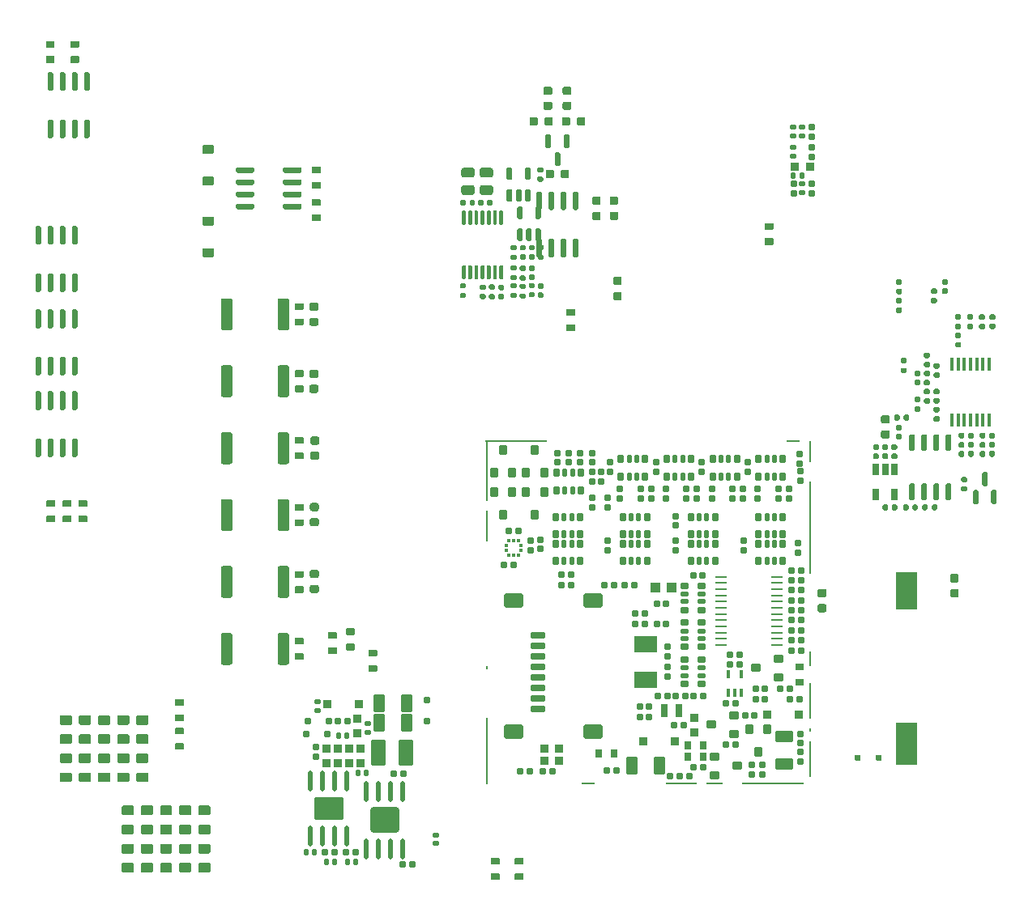
<source format=gbp>
G75*
G70*
%OFA0B0*%
%FSLAX25Y25*%
%IPPOS*%
%LPD*%
%AMOC8*
5,1,8,0,0,1.08239X$1,22.5*
%
%AMM11*
21,1,0.023620,0.018900,0.000000,0.000000,90.000000*
21,1,0.018900,0.023620,0.000000,0.000000,90.000000*
1,1,0.004720,0.009450,0.009450*
1,1,0.004720,0.009450,-0.009450*
1,1,0.004720,-0.009450,-0.009450*
1,1,0.004720,-0.009450,0.009450*
%
%AMM119*
21,1,0.023620,0.018900,0.000000,-0.000000,90.000000*
21,1,0.018900,0.023620,0.000000,-0.000000,90.000000*
1,1,0.004720,0.009450,0.009450*
1,1,0.004720,0.009450,-0.009450*
1,1,0.004720,-0.009450,-0.009450*
1,1,0.004720,-0.009450,0.009450*
%
%AMM12*
21,1,0.019680,0.019680,0.000000,0.000000,0.000000*
21,1,0.015750,0.023620,0.000000,0.000000,0.000000*
1,1,0.003940,0.007870,-0.009840*
1,1,0.003940,-0.007870,-0.009840*
1,1,0.003940,-0.007870,0.009840*
1,1,0.003940,0.007870,0.009840*
%
%AMM120*
21,1,0.019680,0.019680,0.000000,-0.000000,180.000000*
21,1,0.015750,0.023620,0.000000,-0.000000,180.000000*
1,1,0.003940,-0.007870,0.009840*
1,1,0.003940,0.007870,0.009840*
1,1,0.003940,0.007870,-0.009840*
1,1,0.003940,-0.007870,-0.009840*
%
%AMM121*
21,1,0.033470,0.026770,0.000000,-0.000000,180.000000*
21,1,0.026770,0.033470,0.000000,-0.000000,180.000000*
1,1,0.006690,-0.013390,0.013390*
1,1,0.006690,0.013390,0.013390*
1,1,0.006690,0.013390,-0.013390*
1,1,0.006690,-0.013390,-0.013390*
%
%AMM122*
21,1,0.019680,0.019680,0.000000,-0.000000,270.000000*
21,1,0.015750,0.023620,0.000000,-0.000000,270.000000*
1,1,0.003940,-0.009840,-0.007870*
1,1,0.003940,-0.009840,0.007870*
1,1,0.003940,0.009840,0.007870*
1,1,0.003940,0.009840,-0.007870*
%
%AMM13*
21,1,0.019680,0.019680,0.000000,0.000000,270.000000*
21,1,0.015750,0.023620,0.000000,0.000000,270.000000*
1,1,0.003940,-0.009840,-0.007870*
1,1,0.003940,-0.009840,0.007870*
1,1,0.003940,0.009840,0.007870*
1,1,0.003940,0.009840,-0.007870*
%
%AMM185*
21,1,0.025590,0.026380,-0.000000,-0.000000,90.000000*
21,1,0.020470,0.031500,-0.000000,-0.000000,90.000000*
1,1,0.005120,0.013190,0.010240*
1,1,0.005120,0.013190,-0.010240*
1,1,0.005120,-0.013190,-0.010240*
1,1,0.005120,-0.013190,0.010240*
%
%AMM186*
21,1,0.017720,0.027950,-0.000000,-0.000000,90.000000*
21,1,0.014170,0.031500,-0.000000,-0.000000,90.000000*
1,1,0.003540,0.013980,0.007090*
1,1,0.003540,0.013980,-0.007090*
1,1,0.003540,-0.013980,-0.007090*
1,1,0.003540,-0.013980,0.007090*
%
%AMM189*
21,1,0.027560,0.018900,-0.000000,-0.000000,270.000000*
21,1,0.022840,0.023620,-0.000000,-0.000000,270.000000*
1,1,0.004720,-0.009450,-0.011420*
1,1,0.004720,-0.009450,0.011420*
1,1,0.004720,0.009450,0.011420*
1,1,0.004720,0.009450,-0.011420*
%
%AMM191*
21,1,0.027560,0.018900,-0.000000,-0.000000,0.000000*
21,1,0.022840,0.023620,-0.000000,-0.000000,0.000000*
1,1,0.004720,0.011420,-0.009450*
1,1,0.004720,-0.011420,-0.009450*
1,1,0.004720,-0.011420,0.009450*
1,1,0.004720,0.011420,0.009450*
%
%AMM193*
21,1,0.035430,0.030320,-0.000000,-0.000000,90.000000*
21,1,0.028350,0.037400,-0.000000,-0.000000,90.000000*
1,1,0.007090,0.015160,0.014170*
1,1,0.007090,0.015160,-0.014170*
1,1,0.007090,-0.015160,-0.014170*
1,1,0.007090,-0.015160,0.014170*
%
%AMM196*
21,1,0.027560,0.030710,-0.000000,-0.000000,180.000000*
21,1,0.022050,0.036220,-0.000000,-0.000000,180.000000*
1,1,0.005510,-0.011020,0.015350*
1,1,0.005510,0.011020,0.015350*
1,1,0.005510,0.011020,-0.015350*
1,1,0.005510,-0.011020,-0.015350*
%
%AMM217*
21,1,0.033470,0.026770,-0.000000,-0.000000,270.000000*
21,1,0.026770,0.033470,-0.000000,-0.000000,270.000000*
1,1,0.006690,-0.013390,-0.013390*
1,1,0.006690,-0.013390,0.013390*
1,1,0.006690,0.013390,0.013390*
1,1,0.006690,0.013390,-0.013390*
%
%AMM218*
21,1,0.025590,0.026380,-0.000000,-0.000000,180.000000*
21,1,0.020470,0.031500,-0.000000,-0.000000,180.000000*
1,1,0.005120,-0.010240,0.013190*
1,1,0.005120,0.010240,0.013190*
1,1,0.005120,0.010240,-0.013190*
1,1,0.005120,-0.010240,-0.013190*
%
%AMM219*
21,1,0.017720,0.027950,-0.000000,-0.000000,180.000000*
21,1,0.014170,0.031500,-0.000000,-0.000000,180.000000*
1,1,0.003540,-0.007090,0.013980*
1,1,0.003540,0.007090,0.013980*
1,1,0.003540,0.007090,-0.013980*
1,1,0.003540,-0.007090,-0.013980*
%
%AMM220*
21,1,0.033470,0.026770,-0.000000,-0.000000,180.000000*
21,1,0.026770,0.033470,-0.000000,-0.000000,180.000000*
1,1,0.006690,-0.013390,0.013390*
1,1,0.006690,0.013390,0.013390*
1,1,0.006690,0.013390,-0.013390*
1,1,0.006690,-0.013390,-0.013390*
%
%AMM221*
21,1,0.078740,0.045670,-0.000000,-0.000000,0.000000*
21,1,0.067320,0.057090,-0.000000,-0.000000,0.000000*
1,1,0.011420,0.033660,-0.022840*
1,1,0.011420,-0.033660,-0.022840*
1,1,0.011420,-0.033660,0.022840*
1,1,0.011420,0.033660,0.022840*
%
%AMM222*
21,1,0.059060,0.020470,-0.000000,-0.000000,0.000000*
21,1,0.053940,0.025590,-0.000000,-0.000000,0.000000*
1,1,0.005120,0.026970,-0.010240*
1,1,0.005120,-0.026970,-0.010240*
1,1,0.005120,-0.026970,0.010240*
1,1,0.005120,0.026970,0.010240*
%
%AMM223*
21,1,0.035430,0.030320,-0.000000,-0.000000,0.000000*
21,1,0.028350,0.037400,-0.000000,-0.000000,0.000000*
1,1,0.007090,0.014170,-0.015160*
1,1,0.007090,-0.014170,-0.015160*
1,1,0.007090,-0.014170,0.015160*
1,1,0.007090,0.014170,0.015160*
%
%AMM224*
21,1,0.012600,0.028980,-0.000000,-0.000000,0.000000*
21,1,0.010080,0.031500,-0.000000,-0.000000,0.000000*
1,1,0.002520,0.005040,-0.014490*
1,1,0.002520,-0.005040,-0.014490*
1,1,0.002520,-0.005040,0.014490*
1,1,0.002520,0.005040,0.014490*
%
%AMM225*
21,1,0.070870,0.036220,-0.000000,-0.000000,180.000000*
21,1,0.061810,0.045280,-0.000000,-0.000000,180.000000*
1,1,0.009060,-0.030910,0.018110*
1,1,0.009060,0.030910,0.018110*
1,1,0.009060,0.030910,-0.018110*
1,1,0.009060,-0.030910,-0.018110*
%
%AMM226*
21,1,0.035830,0.026770,-0.000000,-0.000000,180.000000*
21,1,0.029130,0.033470,-0.000000,-0.000000,180.000000*
1,1,0.006690,-0.014570,0.013390*
1,1,0.006690,0.014570,0.013390*
1,1,0.006690,0.014570,-0.013390*
1,1,0.006690,-0.014570,-0.013390*
%
%AMM227*
21,1,0.027560,0.049610,-0.000000,-0.000000,180.000000*
21,1,0.022050,0.055120,-0.000000,-0.000000,180.000000*
1,1,0.005510,-0.011020,0.024800*
1,1,0.005510,0.011020,0.024800*
1,1,0.005510,0.011020,-0.024800*
1,1,0.005510,-0.011020,-0.024800*
%
%AMM228*
21,1,0.070870,0.036220,-0.000000,-0.000000,270.000000*
21,1,0.061810,0.045280,-0.000000,-0.000000,270.000000*
1,1,0.009060,-0.018110,-0.030910*
1,1,0.009060,-0.018110,0.030910*
1,1,0.009060,0.018110,0.030910*
1,1,0.009060,0.018110,-0.030910*
%
%AMM229*
21,1,0.027560,0.030710,-0.000000,-0.000000,270.000000*
21,1,0.022050,0.036220,-0.000000,-0.000000,270.000000*
1,1,0.005510,-0.015350,-0.011020*
1,1,0.005510,-0.015350,0.011020*
1,1,0.005510,0.015350,0.011020*
1,1,0.005510,0.015350,-0.011020*
%
%AMM27*
21,1,0.023620,0.018900,0.000000,0.000000,0.000000*
21,1,0.018900,0.023620,0.000000,0.000000,0.000000*
1,1,0.004720,0.009450,-0.009450*
1,1,0.004720,-0.009450,-0.009450*
1,1,0.004720,-0.009450,0.009450*
1,1,0.004720,0.009450,0.009450*
%
%AMM28*
21,1,0.106300,0.050390,0.000000,0.000000,90.000000*
21,1,0.093700,0.062990,0.000000,0.000000,90.000000*
1,1,0.012600,0.025200,0.046850*
1,1,0.012600,0.025200,-0.046850*
1,1,0.012600,-0.025200,-0.046850*
1,1,0.012600,-0.025200,0.046850*
%
%AMM29*
21,1,0.033470,0.026770,0.000000,0.000000,270.000000*
21,1,0.026770,0.033470,0.000000,0.000000,270.000000*
1,1,0.006690,-0.013390,-0.013390*
1,1,0.006690,-0.013390,0.013390*
1,1,0.006690,0.013390,0.013390*
1,1,0.006690,0.013390,-0.013390*
%
%AMM30*
21,1,0.122050,0.075590,0.000000,0.000000,180.000000*
21,1,0.103150,0.094490,0.000000,0.000000,180.000000*
1,1,0.018900,-0.051580,0.037800*
1,1,0.018900,0.051580,0.037800*
1,1,0.018900,0.051580,-0.037800*
1,1,0.018900,-0.051580,-0.037800*
%
%AMM31*
21,1,0.118110,0.083460,0.000000,0.000000,0.000000*
21,1,0.097240,0.104330,0.000000,0.000000,0.000000*
1,1,0.020870,0.048620,-0.041730*
1,1,0.020870,-0.048620,-0.041730*
1,1,0.020870,-0.048620,0.041730*
1,1,0.020870,0.048620,0.041730*
%
%AMM7*
21,1,0.035830,0.026770,0.000000,0.000000,0.000000*
21,1,0.029130,0.033470,0.000000,0.000000,0.000000*
1,1,0.006690,0.014570,-0.013390*
1,1,0.006690,-0.014570,-0.013390*
1,1,0.006690,-0.014570,0.013390*
1,1,0.006690,0.014570,0.013390*
%
%AMM8*
21,1,0.070870,0.036220,0.000000,0.000000,90.000000*
21,1,0.061810,0.045280,0.000000,0.000000,90.000000*
1,1,0.009060,0.018110,0.030910*
1,1,0.009060,0.018110,-0.030910*
1,1,0.009060,-0.018110,-0.030910*
1,1,0.009060,-0.018110,0.030910*
%
%ADD110M7*%
%ADD111M8*%
%ADD114M11*%
%ADD115M12*%
%ADD116M13*%
%ADD134M27*%
%ADD135M28*%
%ADD136M29*%
%ADD137O,0.01968X0.08661*%
%ADD138M30*%
%ADD139M31*%
%ADD239R,0.01378X0.01476*%
%ADD242O,0.04961X0.00984*%
%ADD244R,0.09449X0.06693*%
%ADD245R,0.01476X0.01378*%
%ADD247R,0.03937X0.04331*%
%ADD302M119*%
%ADD303M120*%
%ADD304M121*%
%ADD305M122*%
%ADD316R,0.01772X0.05709*%
%ADD317R,0.02559X0.04803*%
%ADD396M185*%
%ADD397M186*%
%ADD400M189*%
%ADD402M191*%
%ADD404M193*%
%ADD407M196*%
%ADD428M217*%
%ADD429M218*%
%ADD430M219*%
%ADD431M220*%
%ADD432M221*%
%ADD433M222*%
%ADD434M223*%
%ADD435M224*%
%ADD436M225*%
%ADD437M226*%
%ADD438M227*%
%ADD439M228*%
%ADD440M229*%
%ADD59R,0.00787X0.14567*%
%ADD60R,0.00787X0.01575*%
%ADD61R,0.00787X0.06299*%
%ADD62R,0.00787X0.38189*%
%ADD63R,0.00787X0.09055*%
%ADD64R,0.05512X0.00787*%
%ADD65R,0.25197X0.00787*%
%ADD66R,0.06693X0.00787*%
%ADD67R,0.12992X0.00787*%
%ADD68R,0.00787X0.27559*%
%ADD69R,0.00787X0.12992*%
%ADD70R,0.00787X0.24803*%
%ADD98R,0.09055X0.17323*%
%ADD99R,0.09055X0.15748*%
X0000000Y0000000D02*
%LPD*%
G01*
G36*
G01*
X0214173Y0325815D02*
X0215354Y0325815D01*
G75*
G02*
X0215944Y0325225I0000000J-000591D01*
G01*
X0215944Y0320599D01*
G75*
G02*
X0215354Y0320008I-000591J0000000D01*
G01*
X0214173Y0320008D01*
G75*
G02*
X0213582Y0320599I0000000J0000591D01*
G01*
X0213582Y0325225D01*
G75*
G02*
X0214173Y0325815I0000591J0000000D01*
G01*
G37*
G36*
G01*
X0221653Y0325815D02*
X0222834Y0325815D01*
G75*
G02*
X0223425Y0325225I0000000J-000591D01*
G01*
X0223425Y0320599D01*
G75*
G02*
X0222834Y0320008I-000591J0000000D01*
G01*
X0221653Y0320008D01*
G75*
G02*
X0221063Y0320599I0000000J0000591D01*
G01*
X0221063Y0325225D01*
G75*
G02*
X0221653Y0325815I0000591J0000000D01*
G01*
G37*
G36*
G01*
X0217913Y0318433D02*
X0219094Y0318433D01*
G75*
G02*
X0219685Y0317843I0000000J-000591D01*
G01*
X0219685Y0313217D01*
G75*
G02*
X0219094Y0312626I-000591J0000000D01*
G01*
X0217913Y0312626D01*
G75*
G02*
X0217322Y0313217I0000000J0000591D01*
G01*
X0217322Y0317843D01*
G75*
G02*
X0217913Y0318433I0000591J0000000D01*
G01*
G37*
G36*
G01*
X0049803Y0058898D02*
X0045669Y0058898D01*
G75*
G02*
X0045275Y0059291I0000000J0000394D01*
G01*
X0045275Y0062441D01*
G75*
G02*
X0045669Y0062835I0000394J0000000D01*
G01*
X0049803Y0062835D01*
G75*
G02*
X0050196Y0062441I0000000J-000394D01*
G01*
X0050196Y0059291D01*
G75*
G02*
X0049803Y0058898I-000394J0000000D01*
G01*
G37*
G36*
G01*
X0049803Y0066772D02*
X0045669Y0066772D01*
G75*
G02*
X0045275Y0067165I0000000J0000394D01*
G01*
X0045275Y0070315D01*
G75*
G02*
X0045669Y0070709I0000394J0000000D01*
G01*
X0049803Y0070709D01*
G75*
G02*
X0050196Y0070315I0000000J-000394D01*
G01*
X0050196Y0067165D01*
G75*
G02*
X0049803Y0066772I-000394J0000000D01*
G01*
G37*
G36*
G01*
X0241968Y0266988D02*
X0244645Y0266988D01*
G75*
G02*
X0244980Y0266654I0000000J-000335D01*
G01*
X0244980Y0263976D01*
G75*
G02*
X0244645Y0263642I-000335J0000000D01*
G01*
X0241968Y0263642D01*
G75*
G02*
X0241633Y0263976I0000000J0000335D01*
G01*
X0241633Y0266654D01*
G75*
G02*
X0241968Y0266988I0000335J0000000D01*
G01*
G37*
G36*
G01*
X0241968Y0260768D02*
X0244645Y0260768D01*
G75*
G02*
X0244980Y0260433I0000000J-000335D01*
G01*
X0244980Y0257756D01*
G75*
G02*
X0244645Y0257421I-000335J0000000D01*
G01*
X0241968Y0257421D01*
G75*
G02*
X0241633Y0257756I0000000J0000335D01*
G01*
X0241633Y0260433D01*
G75*
G02*
X0241968Y0260768I0000335J0000000D01*
G01*
G37*
G36*
G01*
X0076811Y0304724D02*
X0072795Y0304724D01*
G75*
G02*
X0072440Y0305079I0000000J0000354D01*
G01*
X0072440Y0307913D01*
G75*
G02*
X0072795Y0308268I0000354J0000000D01*
G01*
X0076811Y0308268D01*
G75*
G02*
X0077165Y0307913I0000000J-000354D01*
G01*
X0077165Y0305079D01*
G75*
G02*
X0076811Y0304724I-000354J0000000D01*
G01*
G37*
G36*
G01*
X0076811Y0317717D02*
X0072795Y0317717D01*
G75*
G02*
X0072440Y0318071I0000000J0000354D01*
G01*
X0072440Y0320906D01*
G75*
G02*
X0072795Y0321260I0000354J0000000D01*
G01*
X0076811Y0321260D01*
G75*
G02*
X0077165Y0320906I0000000J-000354D01*
G01*
X0077165Y0318071D01*
G75*
G02*
X0076811Y0317717I-000354J0000000D01*
G01*
G37*
D98*
X0362204Y0074803D03*
D99*
X0362204Y0137796D03*
G36*
G01*
X0004311Y0253543D02*
X0005492Y0253543D01*
G75*
G02*
X0006082Y0252953I0000000J-000591D01*
G01*
X0006082Y0246457D01*
G75*
G02*
X0005492Y0245866I-000591J0000000D01*
G01*
X0004311Y0245866D01*
G75*
G02*
X0003720Y0246457I0000000J0000591D01*
G01*
X0003720Y0252953D01*
G75*
G02*
X0004311Y0253543I0000591J0000000D01*
G01*
G37*
G36*
G01*
X0009311Y0253543D02*
X0010492Y0253543D01*
G75*
G02*
X0011082Y0252953I0000000J-000591D01*
G01*
X0011082Y0246457D01*
G75*
G02*
X0010492Y0245866I-000591J0000000D01*
G01*
X0009311Y0245866D01*
G75*
G02*
X0008720Y0246457I0000000J0000591D01*
G01*
X0008720Y0252953D01*
G75*
G02*
X0009311Y0253543I0000591J0000000D01*
G01*
G37*
G36*
G01*
X0014311Y0253543D02*
X0015492Y0253543D01*
G75*
G02*
X0016082Y0252953I0000000J-000591D01*
G01*
X0016082Y0246457D01*
G75*
G02*
X0015492Y0245866I-000591J0000000D01*
G01*
X0014311Y0245866D01*
G75*
G02*
X0013720Y0246457I0000000J0000591D01*
G01*
X0013720Y0252953D01*
G75*
G02*
X0014311Y0253543I0000591J0000000D01*
G01*
G37*
G36*
G01*
X0019311Y0253543D02*
X0020492Y0253543D01*
G75*
G02*
X0021082Y0252953I0000000J-000591D01*
G01*
X0021082Y0246457D01*
G75*
G02*
X0020492Y0245866I-000591J0000000D01*
G01*
X0019311Y0245866D01*
G75*
G02*
X0018720Y0246457I0000000J0000591D01*
G01*
X0018720Y0252953D01*
G75*
G02*
X0019311Y0253543I0000591J0000000D01*
G01*
G37*
G36*
G01*
X0019311Y0234055D02*
X0020492Y0234055D01*
G75*
G02*
X0021082Y0233465I0000000J-000591D01*
G01*
X0021082Y0226969D01*
G75*
G02*
X0020492Y0226378I-000591J0000000D01*
G01*
X0019311Y0226378D01*
G75*
G02*
X0018720Y0226969I0000000J0000591D01*
G01*
X0018720Y0233465D01*
G75*
G02*
X0019311Y0234055I0000591J0000000D01*
G01*
G37*
G36*
G01*
X0014311Y0234055D02*
X0015492Y0234055D01*
G75*
G02*
X0016082Y0233465I0000000J-000591D01*
G01*
X0016082Y0226969D01*
G75*
G02*
X0015492Y0226378I-000591J0000000D01*
G01*
X0014311Y0226378D01*
G75*
G02*
X0013720Y0226969I0000000J0000591D01*
G01*
X0013720Y0233465D01*
G75*
G02*
X0014311Y0234055I0000591J0000000D01*
G01*
G37*
G36*
G01*
X0009311Y0234055D02*
X0010492Y0234055D01*
G75*
G02*
X0011082Y0233465I0000000J-000591D01*
G01*
X0011082Y0226969D01*
G75*
G02*
X0010492Y0226378I-000591J0000000D01*
G01*
X0009311Y0226378D01*
G75*
G02*
X0008720Y0226969I0000000J0000591D01*
G01*
X0008720Y0233465D01*
G75*
G02*
X0009311Y0234055I0000591J0000000D01*
G01*
G37*
G36*
G01*
X0004311Y0234055D02*
X0005492Y0234055D01*
G75*
G02*
X0006082Y0233465I0000000J-000591D01*
G01*
X0006082Y0226969D01*
G75*
G02*
X0005492Y0226378I-000591J0000000D01*
G01*
X0004311Y0226378D01*
G75*
G02*
X0003720Y0226969I0000000J0000591D01*
G01*
X0003720Y0233465D01*
G75*
G02*
X0004311Y0234055I0000591J0000000D01*
G01*
G37*
G36*
G01*
X0011574Y0165945D02*
X0008503Y0165945D01*
G75*
G02*
X0008228Y0166220I0000000J0000276D01*
G01*
X0008228Y0168425D01*
G75*
G02*
X0008503Y0168701I0000276J0000000D01*
G01*
X0011574Y0168701D01*
G75*
G02*
X0011850Y0168425I0000000J-000276D01*
G01*
X0011850Y0166220D01*
G75*
G02*
X0011574Y0165945I-000276J0000000D01*
G01*
G37*
G36*
G01*
X0011574Y0172244D02*
X0008503Y0172244D01*
G75*
G02*
X0008228Y0172520I0000000J0000276D01*
G01*
X0008228Y0174724D01*
G75*
G02*
X0008503Y0175000I0000276J0000000D01*
G01*
X0011574Y0175000D01*
G75*
G02*
X0011850Y0174724I0000000J-000276D01*
G01*
X0011850Y0172520D01*
G75*
G02*
X0011574Y0172244I-000276J0000000D01*
G01*
G37*
G36*
G01*
X0229940Y0332441D02*
X0229940Y0329764D01*
G75*
G02*
X0229606Y0329429I-000335J0000000D01*
G01*
X0226929Y0329429D01*
G75*
G02*
X0226594Y0329764I0000000J0000335D01*
G01*
X0226594Y0332441D01*
G75*
G02*
X0226929Y0332776I0000335J0000000D01*
G01*
X0229606Y0332776D01*
G75*
G02*
X0229940Y0332441I0000000J-000335D01*
G01*
G37*
G36*
G01*
X0223720Y0332441D02*
X0223720Y0329764D01*
G75*
G02*
X0223385Y0329429I-000335J0000000D01*
G01*
X0220708Y0329429D01*
G75*
G02*
X0220374Y0329764I0000000J0000335D01*
G01*
X0220374Y0332441D01*
G75*
G02*
X0220708Y0332776I0000335J0000000D01*
G01*
X0223385Y0332776D01*
G75*
G02*
X0223720Y0332441I0000000J-000335D01*
G01*
G37*
G36*
G01*
X0026181Y0058898D02*
X0022047Y0058898D01*
G75*
G02*
X0021653Y0059291I0000000J0000394D01*
G01*
X0021653Y0062441D01*
G75*
G02*
X0022047Y0062835I0000394J0000000D01*
G01*
X0026181Y0062835D01*
G75*
G02*
X0026574Y0062441I0000000J-000394D01*
G01*
X0026574Y0059291D01*
G75*
G02*
X0026181Y0058898I-000394J0000000D01*
G01*
G37*
G36*
G01*
X0026181Y0066772D02*
X0022047Y0066772D01*
G75*
G02*
X0021653Y0067165I0000000J0000394D01*
G01*
X0021653Y0070315D01*
G75*
G02*
X0022047Y0070709I0000394J0000000D01*
G01*
X0026181Y0070709D01*
G75*
G02*
X0026574Y0070315I0000000J-000394D01*
G01*
X0026574Y0067165D01*
G75*
G02*
X0026181Y0066772I-000394J0000000D01*
G01*
G37*
G36*
G01*
X0380551Y0144547D02*
X0383228Y0144547D01*
G75*
G02*
X0383563Y0144213I0000000J-000335D01*
G01*
X0383563Y0141535D01*
G75*
G02*
X0383228Y0141201I-000335J0000000D01*
G01*
X0380551Y0141201D01*
G75*
G02*
X0380216Y0141535I0000000J0000335D01*
G01*
X0380216Y0144213D01*
G75*
G02*
X0380551Y0144547I0000335J0000000D01*
G01*
G37*
G36*
G01*
X0380551Y0138327D02*
X0383228Y0138327D01*
G75*
G02*
X0383563Y0137992I0000000J-000335D01*
G01*
X0383563Y0135315D01*
G75*
G02*
X0383228Y0134980I-000335J0000000D01*
G01*
X0380551Y0134980D01*
G75*
G02*
X0380216Y0135315I0000000J0000335D01*
G01*
X0380216Y0137992D01*
G75*
G02*
X0380551Y0138327I0000335J0000000D01*
G01*
G37*
G36*
G01*
X0213720Y0308039D02*
X0213720Y0310717D01*
G75*
G02*
X0214055Y0311051I0000335J0000000D01*
G01*
X0216732Y0311051D01*
G75*
G02*
X0217066Y0310717I0000000J-000335D01*
G01*
X0217066Y0308039D01*
G75*
G02*
X0216732Y0307705I-000335J0000000D01*
G01*
X0214055Y0307705D01*
G75*
G02*
X0213720Y0308039I0000000J0000335D01*
G01*
G37*
G36*
G01*
X0219940Y0308039D02*
X0219940Y0310717D01*
G75*
G02*
X0220275Y0311051I0000335J0000000D01*
G01*
X0222952Y0311051D01*
G75*
G02*
X0223287Y0310717I0000000J-000335D01*
G01*
X0223287Y0308039D01*
G75*
G02*
X0222952Y0307705I-000335J0000000D01*
G01*
X0220275Y0307705D01*
G75*
G02*
X0219940Y0308039I0000000J0000335D01*
G01*
G37*
G36*
G01*
X0024763Y0165945D02*
X0021692Y0165945D01*
G75*
G02*
X0021417Y0166220I0000000J0000276D01*
G01*
X0021417Y0168425D01*
G75*
G02*
X0021692Y0168701I0000276J0000000D01*
G01*
X0024763Y0168701D01*
G75*
G02*
X0025039Y0168425I0000000J-000276D01*
G01*
X0025039Y0166220D01*
G75*
G02*
X0024763Y0165945I-000276J0000000D01*
G01*
G37*
G36*
G01*
X0024763Y0172244D02*
X0021692Y0172244D01*
G75*
G02*
X0021417Y0172520I0000000J0000276D01*
G01*
X0021417Y0174724D01*
G75*
G02*
X0021692Y0175000I0000276J0000000D01*
G01*
X0024763Y0175000D01*
G75*
G02*
X0025039Y0174724I0000000J-000276D01*
G01*
X0025039Y0172520D01*
G75*
G02*
X0024763Y0172244I-000276J0000000D01*
G01*
G37*
G36*
G01*
X0063287Y0049213D02*
X0067421Y0049213D01*
G75*
G02*
X0067814Y0048819I0000000J-000394D01*
G01*
X0067814Y0045669D01*
G75*
G02*
X0067421Y0045276I-000394J0000000D01*
G01*
X0063287Y0045276D01*
G75*
G02*
X0062893Y0045669I0000000J0000394D01*
G01*
X0062893Y0048819D01*
G75*
G02*
X0063287Y0049213I0000394J0000000D01*
G01*
G37*
G36*
G01*
X0063287Y0041339D02*
X0067421Y0041339D01*
G75*
G02*
X0067814Y0040945I0000000J-000394D01*
G01*
X0067814Y0037795D01*
G75*
G02*
X0067421Y0037402I-000394J0000000D01*
G01*
X0063287Y0037402D01*
G75*
G02*
X0062893Y0037795I0000000J0000394D01*
G01*
X0062893Y0040945D01*
G75*
G02*
X0063287Y0041339I0000394J0000000D01*
G01*
G37*
G36*
G01*
X0108169Y0257185D02*
X0108169Y0245965D01*
G75*
G02*
X0107185Y0244980I-000984J0000000D01*
G01*
X0104330Y0244980D01*
G75*
G02*
X0103346Y0245965I0000000J0000984D01*
G01*
X0103346Y0257185D01*
G75*
G02*
X0104330Y0258169I0000984J0000000D01*
G01*
X0107185Y0258169D01*
G75*
G02*
X0108169Y0257185I0000000J-000984D01*
G01*
G37*
G36*
G01*
X0084842Y0257185D02*
X0084842Y0245965D01*
G75*
G02*
X0083858Y0244980I-000984J0000000D01*
G01*
X0081003Y0244980D01*
G75*
G02*
X0080019Y0245965I0000000J0000984D01*
G01*
X0080019Y0257185D01*
G75*
G02*
X0081003Y0258169I0000984J0000000D01*
G01*
X0083858Y0258169D01*
G75*
G02*
X0084842Y0257185I0000000J-000984D01*
G01*
G37*
G36*
G01*
X0029921Y0086457D02*
X0034055Y0086457D01*
G75*
G02*
X0034448Y0086063I0000000J-000394D01*
G01*
X0034448Y0082913D01*
G75*
G02*
X0034055Y0082520I-000394J0000000D01*
G01*
X0029921Y0082520D01*
G75*
G02*
X0029527Y0082913I0000000J0000394D01*
G01*
X0029527Y0086063D01*
G75*
G02*
X0029921Y0086457I0000394J0000000D01*
G01*
G37*
G36*
G01*
X0029921Y0078583D02*
X0034055Y0078583D01*
G75*
G02*
X0034448Y0078189I0000000J-000394D01*
G01*
X0034448Y0075039D01*
G75*
G02*
X0034055Y0074646I-000394J0000000D01*
G01*
X0029921Y0074646D01*
G75*
G02*
X0029527Y0075039I0000000J0000394D01*
G01*
X0029527Y0078189D01*
G75*
G02*
X0029921Y0078583I0000394J0000000D01*
G01*
G37*
G36*
G01*
X0075295Y0021654D02*
X0071161Y0021654D01*
G75*
G02*
X0070767Y0022047I0000000J0000394D01*
G01*
X0070767Y0025197D01*
G75*
G02*
X0071161Y0025591I0000394J0000000D01*
G01*
X0075295Y0025591D01*
G75*
G02*
X0075688Y0025197I0000000J-000394D01*
G01*
X0075688Y0022047D01*
G75*
G02*
X0075295Y0021654I-000394J0000000D01*
G01*
G37*
G36*
G01*
X0075295Y0029528D02*
X0071161Y0029528D01*
G75*
G02*
X0070767Y0029921I0000000J0000394D01*
G01*
X0070767Y0033071D01*
G75*
G02*
X0071161Y0033465I0000394J0000000D01*
G01*
X0075295Y0033465D01*
G75*
G02*
X0075688Y0033071I0000000J-000394D01*
G01*
X0075688Y0029921D01*
G75*
G02*
X0075295Y0029528I-000394J0000000D01*
G01*
G37*
G36*
G01*
X0210413Y0302165D02*
X0211594Y0302165D01*
G75*
G02*
X0212185Y0301575I0000000J-000591D01*
G01*
X0212185Y0295079D01*
G75*
G02*
X0211594Y0294488I-000591J0000000D01*
G01*
X0210413Y0294488D01*
G75*
G02*
X0209822Y0295079I0000000J0000591D01*
G01*
X0209822Y0301575D01*
G75*
G02*
X0210413Y0302165I0000591J0000000D01*
G01*
G37*
G36*
G01*
X0215413Y0302165D02*
X0216594Y0302165D01*
G75*
G02*
X0217185Y0301575I0000000J-000591D01*
G01*
X0217185Y0295079D01*
G75*
G02*
X0216594Y0294488I-000591J0000000D01*
G01*
X0215413Y0294488D01*
G75*
G02*
X0214822Y0295079I0000000J0000591D01*
G01*
X0214822Y0301575D01*
G75*
G02*
X0215413Y0302165I0000591J0000000D01*
G01*
G37*
G36*
G01*
X0220413Y0302165D02*
X0221594Y0302165D01*
G75*
G02*
X0222185Y0301575I0000000J-000591D01*
G01*
X0222185Y0295079D01*
G75*
G02*
X0221594Y0294488I-000591J0000000D01*
G01*
X0220413Y0294488D01*
G75*
G02*
X0219822Y0295079I0000000J0000591D01*
G01*
X0219822Y0301575D01*
G75*
G02*
X0220413Y0302165I0000591J0000000D01*
G01*
G37*
G36*
G01*
X0225413Y0302165D02*
X0226594Y0302165D01*
G75*
G02*
X0227185Y0301575I0000000J-000591D01*
G01*
X0227185Y0295079D01*
G75*
G02*
X0226594Y0294488I-000591J0000000D01*
G01*
X0225413Y0294488D01*
G75*
G02*
X0224822Y0295079I0000000J0000591D01*
G01*
X0224822Y0301575D01*
G75*
G02*
X0225413Y0302165I0000591J0000000D01*
G01*
G37*
G36*
G01*
X0225413Y0282677D02*
X0226594Y0282677D01*
G75*
G02*
X0227185Y0282087I0000000J-000591D01*
G01*
X0227185Y0275591D01*
G75*
G02*
X0226594Y0275000I-000591J0000000D01*
G01*
X0225413Y0275000D01*
G75*
G02*
X0224822Y0275591I0000000J0000591D01*
G01*
X0224822Y0282087D01*
G75*
G02*
X0225413Y0282677I0000591J0000000D01*
G01*
G37*
G36*
G01*
X0220413Y0282677D02*
X0221594Y0282677D01*
G75*
G02*
X0222185Y0282087I0000000J-000591D01*
G01*
X0222185Y0275591D01*
G75*
G02*
X0221594Y0275000I-000591J0000000D01*
G01*
X0220413Y0275000D01*
G75*
G02*
X0219822Y0275591I0000000J0000591D01*
G01*
X0219822Y0282087D01*
G75*
G02*
X0220413Y0282677I0000591J0000000D01*
G01*
G37*
G36*
G01*
X0215413Y0282677D02*
X0216594Y0282677D01*
G75*
G02*
X0217185Y0282087I0000000J-000591D01*
G01*
X0217185Y0275591D01*
G75*
G02*
X0216594Y0275000I-000591J0000000D01*
G01*
X0215413Y0275000D01*
G75*
G02*
X0214822Y0275591I0000000J0000591D01*
G01*
X0214822Y0282087D01*
G75*
G02*
X0215413Y0282677I0000591J0000000D01*
G01*
G37*
G36*
G01*
X0210413Y0282677D02*
X0211594Y0282677D01*
G75*
G02*
X0212185Y0282087I0000000J-000591D01*
G01*
X0212185Y0275591D01*
G75*
G02*
X0211594Y0275000I-000591J0000000D01*
G01*
X0210413Y0275000D01*
G75*
G02*
X0209822Y0275591I0000000J0000591D01*
G01*
X0209822Y0282087D01*
G75*
G02*
X0210413Y0282677I0000591J0000000D01*
G01*
G37*
G36*
G01*
X0014173Y0086457D02*
X0018307Y0086457D01*
G75*
G02*
X0018700Y0086063I0000000J-000394D01*
G01*
X0018700Y0082913D01*
G75*
G02*
X0018307Y0082520I-000394J0000000D01*
G01*
X0014173Y0082520D01*
G75*
G02*
X0013779Y0082913I0000000J0000394D01*
G01*
X0013779Y0086063D01*
G75*
G02*
X0014173Y0086457I0000394J0000000D01*
G01*
G37*
G36*
G01*
X0014173Y0078583D02*
X0018307Y0078583D01*
G75*
G02*
X0018700Y0078189I0000000J-000394D01*
G01*
X0018700Y0075039D01*
G75*
G02*
X0018307Y0074646I-000394J0000000D01*
G01*
X0014173Y0074646D01*
G75*
G02*
X0013779Y0075039I0000000J0000394D01*
G01*
X0013779Y0078189D01*
G75*
G02*
X0014173Y0078583I0000394J0000000D01*
G01*
G37*
G36*
G01*
X0108169Y0174508D02*
X0108169Y0163287D01*
G75*
G02*
X0107185Y0162303I-000984J0000000D01*
G01*
X0104330Y0162303D01*
G75*
G02*
X0103346Y0163287I0000000J0000984D01*
G01*
X0103346Y0174508D01*
G75*
G02*
X0104330Y0175492I0000984J0000000D01*
G01*
X0107185Y0175492D01*
G75*
G02*
X0108169Y0174508I0000000J-000984D01*
G01*
G37*
G36*
G01*
X0084842Y0174508D02*
X0084842Y0163287D01*
G75*
G02*
X0083858Y0162303I-000984J0000000D01*
G01*
X0081003Y0162303D01*
G75*
G02*
X0080019Y0163287I0000000J0000984D01*
G01*
X0080019Y0174508D01*
G75*
G02*
X0081003Y0175492I0000984J0000000D01*
G01*
X0083858Y0175492D01*
G75*
G02*
X0084842Y0174508I0000000J-000984D01*
G01*
G37*
G36*
G01*
X0004311Y0219882D02*
X0005492Y0219882D01*
G75*
G02*
X0006082Y0219291I0000000J-000591D01*
G01*
X0006082Y0212795D01*
G75*
G02*
X0005492Y0212205I-000591J0000000D01*
G01*
X0004311Y0212205D01*
G75*
G02*
X0003720Y0212795I0000000J0000591D01*
G01*
X0003720Y0219291D01*
G75*
G02*
X0004311Y0219882I0000591J0000000D01*
G01*
G37*
G36*
G01*
X0009311Y0219882D02*
X0010492Y0219882D01*
G75*
G02*
X0011082Y0219291I0000000J-000591D01*
G01*
X0011082Y0212795D01*
G75*
G02*
X0010492Y0212205I-000591J0000000D01*
G01*
X0009311Y0212205D01*
G75*
G02*
X0008720Y0212795I0000000J0000591D01*
G01*
X0008720Y0219291D01*
G75*
G02*
X0009311Y0219882I0000591J0000000D01*
G01*
G37*
G36*
G01*
X0014311Y0219882D02*
X0015492Y0219882D01*
G75*
G02*
X0016082Y0219291I0000000J-000591D01*
G01*
X0016082Y0212795D01*
G75*
G02*
X0015492Y0212205I-000591J0000000D01*
G01*
X0014311Y0212205D01*
G75*
G02*
X0013720Y0212795I0000000J0000591D01*
G01*
X0013720Y0219291D01*
G75*
G02*
X0014311Y0219882I0000591J0000000D01*
G01*
G37*
G36*
G01*
X0019311Y0219882D02*
X0020492Y0219882D01*
G75*
G02*
X0021082Y0219291I0000000J-000591D01*
G01*
X0021082Y0212795D01*
G75*
G02*
X0020492Y0212205I-000591J0000000D01*
G01*
X0019311Y0212205D01*
G75*
G02*
X0018720Y0212795I0000000J0000591D01*
G01*
X0018720Y0219291D01*
G75*
G02*
X0019311Y0219882I0000591J0000000D01*
G01*
G37*
G36*
G01*
X0019311Y0200394D02*
X0020492Y0200394D01*
G75*
G02*
X0021082Y0199803I0000000J-000591D01*
G01*
X0021082Y0193307D01*
G75*
G02*
X0020492Y0192717I-000591J0000000D01*
G01*
X0019311Y0192717D01*
G75*
G02*
X0018720Y0193307I0000000J0000591D01*
G01*
X0018720Y0199803D01*
G75*
G02*
X0019311Y0200394I0000591J0000000D01*
G01*
G37*
G36*
G01*
X0014311Y0200394D02*
X0015492Y0200394D01*
G75*
G02*
X0016082Y0199803I0000000J-000591D01*
G01*
X0016082Y0193307D01*
G75*
G02*
X0015492Y0192717I-000591J0000000D01*
G01*
X0014311Y0192717D01*
G75*
G02*
X0013720Y0193307I0000000J0000591D01*
G01*
X0013720Y0199803D01*
G75*
G02*
X0014311Y0200394I0000591J0000000D01*
G01*
G37*
G36*
G01*
X0009311Y0200394D02*
X0010492Y0200394D01*
G75*
G02*
X0011082Y0199803I0000000J-000591D01*
G01*
X0011082Y0193307D01*
G75*
G02*
X0010492Y0192717I-000591J0000000D01*
G01*
X0009311Y0192717D01*
G75*
G02*
X0008720Y0193307I0000000J0000591D01*
G01*
X0008720Y0199803D01*
G75*
G02*
X0009311Y0200394I0000591J0000000D01*
G01*
G37*
G36*
G01*
X0004311Y0200394D02*
X0005492Y0200394D01*
G75*
G02*
X0006082Y0199803I0000000J-000591D01*
G01*
X0006082Y0193307D01*
G75*
G02*
X0005492Y0192717I-000591J0000000D01*
G01*
X0004311Y0192717D01*
G75*
G02*
X0003720Y0193307I0000000J0000591D01*
G01*
X0003720Y0199803D01*
G75*
G02*
X0004311Y0200394I0000591J0000000D01*
G01*
G37*
G36*
G01*
X0235984Y0290492D02*
X0233307Y0290492D01*
G75*
G02*
X0232972Y0290827I0000000J0000335D01*
G01*
X0232972Y0293504D01*
G75*
G02*
X0233307Y0293839I0000335J0000000D01*
G01*
X0235984Y0293839D01*
G75*
G02*
X0236318Y0293504I0000000J-000335D01*
G01*
X0236318Y0290827D01*
G75*
G02*
X0235984Y0290492I-000335J0000000D01*
G01*
G37*
G36*
G01*
X0235984Y0296713D02*
X0233307Y0296713D01*
G75*
G02*
X0232972Y0297047I0000000J0000335D01*
G01*
X0232972Y0299724D01*
G75*
G02*
X0233307Y0300059I0000335J0000000D01*
G01*
X0235984Y0300059D01*
G75*
G02*
X0236318Y0299724I0000000J-000335D01*
G01*
X0236318Y0297047D01*
G75*
G02*
X0235984Y0296713I-000335J0000000D01*
G01*
G37*
G36*
G01*
X0117495Y0146358D02*
X0119512Y0146358D01*
G75*
G02*
X0120374Y0145497I0000000J-000861D01*
G01*
X0120374Y0143775D01*
G75*
G02*
X0119512Y0142913I-000861J0000000D01*
G01*
X0117495Y0142913D01*
G75*
G02*
X0116633Y0143775I0000000J0000861D01*
G01*
X0116633Y0145497D01*
G75*
G02*
X0117495Y0146358I0000861J0000000D01*
G01*
G37*
G36*
G01*
X0117495Y0140157D02*
X0119512Y0140157D01*
G75*
G02*
X0120374Y0139296I0000000J-000861D01*
G01*
X0120374Y0137574D01*
G75*
G02*
X0119512Y0136713I-000861J0000000D01*
G01*
X0117495Y0136713D01*
G75*
G02*
X0116633Y0137574I0000000J0000861D01*
G01*
X0116633Y0139296D01*
G75*
G02*
X0117495Y0140157I0000861J0000000D01*
G01*
G37*
G36*
G01*
X0039665Y0049213D02*
X0043799Y0049213D01*
G75*
G02*
X0044192Y0048819I0000000J-000394D01*
G01*
X0044192Y0045669D01*
G75*
G02*
X0043799Y0045276I-000394J0000000D01*
G01*
X0039665Y0045276D01*
G75*
G02*
X0039271Y0045669I0000000J0000394D01*
G01*
X0039271Y0048819D01*
G75*
G02*
X0039665Y0049213I0000394J0000000D01*
G01*
G37*
G36*
G01*
X0039665Y0041339D02*
X0043799Y0041339D01*
G75*
G02*
X0044192Y0040945I0000000J-000394D01*
G01*
X0044192Y0037795D01*
G75*
G02*
X0043799Y0037402I-000394J0000000D01*
G01*
X0039665Y0037402D01*
G75*
G02*
X0039271Y0037795I0000000J0000394D01*
G01*
X0039271Y0040945D01*
G75*
G02*
X0039665Y0041339I0000394J0000000D01*
G01*
G37*
G36*
G01*
X0043799Y0021654D02*
X0039665Y0021654D01*
G75*
G02*
X0039271Y0022047I0000000J0000394D01*
G01*
X0039271Y0025197D01*
G75*
G02*
X0039665Y0025591I0000394J0000000D01*
G01*
X0043799Y0025591D01*
G75*
G02*
X0044192Y0025197I0000000J-000394D01*
G01*
X0044192Y0022047D01*
G75*
G02*
X0043799Y0021654I-000394J0000000D01*
G01*
G37*
G36*
G01*
X0043799Y0029528D02*
X0039665Y0029528D01*
G75*
G02*
X0039271Y0029921I0000000J0000394D01*
G01*
X0039271Y0033071D01*
G75*
G02*
X0039665Y0033465I0000394J0000000D01*
G01*
X0043799Y0033465D01*
G75*
G02*
X0044192Y0033071I0000000J-000394D01*
G01*
X0044192Y0029921D01*
G75*
G02*
X0043799Y0029528I-000394J0000000D01*
G01*
G37*
G36*
G01*
X0117298Y0256398D02*
X0119315Y0256398D01*
G75*
G02*
X0120177Y0255536I0000000J-000861D01*
G01*
X0120177Y0253814D01*
G75*
G02*
X0119315Y0252953I-000861J0000000D01*
G01*
X0117298Y0252953D01*
G75*
G02*
X0116437Y0253814I0000000J0000861D01*
G01*
X0116437Y0255536D01*
G75*
G02*
X0117298Y0256398I0000861J0000000D01*
G01*
G37*
G36*
G01*
X0117298Y0250197D02*
X0119315Y0250197D01*
G75*
G02*
X0120177Y0249336I0000000J-000861D01*
G01*
X0120177Y0247613D01*
G75*
G02*
X0119315Y0246752I-000861J0000000D01*
G01*
X0117298Y0246752D01*
G75*
G02*
X0116437Y0247613I0000000J0000861D01*
G01*
X0116437Y0249336D01*
G75*
G02*
X0117298Y0250197I0000861J0000000D01*
G01*
G37*
G36*
G01*
X0108169Y0146949D02*
X0108169Y0135728D01*
G75*
G02*
X0107185Y0134744I-000984J0000000D01*
G01*
X0104330Y0134744D01*
G75*
G02*
X0103346Y0135728I0000000J0000984D01*
G01*
X0103346Y0146949D01*
G75*
G02*
X0104330Y0147933I0000984J0000000D01*
G01*
X0107185Y0147933D01*
G75*
G02*
X0108169Y0146949I0000000J-000984D01*
G01*
G37*
G36*
G01*
X0084842Y0146949D02*
X0084842Y0135728D01*
G75*
G02*
X0083858Y0134744I-000984J0000000D01*
G01*
X0081003Y0134744D01*
G75*
G02*
X0080019Y0135728I0000000J0000984D01*
G01*
X0080019Y0146949D01*
G75*
G02*
X0081003Y0147933I0000984J0000000D01*
G01*
X0083858Y0147933D01*
G75*
G02*
X0084842Y0146949I0000000J-000984D01*
G01*
G37*
G36*
G01*
X0108169Y0229626D02*
X0108169Y0218406D01*
G75*
G02*
X0107185Y0217421I-000984J0000000D01*
G01*
X0104330Y0217421D01*
G75*
G02*
X0103346Y0218406I0000000J0000984D01*
G01*
X0103346Y0229626D01*
G75*
G02*
X0104330Y0230610I0000984J0000000D01*
G01*
X0107185Y0230610D01*
G75*
G02*
X0108169Y0229626I0000000J-000984D01*
G01*
G37*
G36*
G01*
X0084842Y0229626D02*
X0084842Y0218406D01*
G75*
G02*
X0083858Y0217421I-000984J0000000D01*
G01*
X0081003Y0217421D01*
G75*
G02*
X0080019Y0218406I0000000J0000984D01*
G01*
X0080019Y0229626D01*
G75*
G02*
X0081003Y0230610I0000984J0000000D01*
G01*
X0083858Y0230610D01*
G75*
G02*
X0084842Y0229626I0000000J-000984D01*
G01*
G37*
G36*
G01*
X0037795Y0086457D02*
X0041929Y0086457D01*
G75*
G02*
X0042322Y0086063I0000000J-000394D01*
G01*
X0042322Y0082913D01*
G75*
G02*
X0041929Y0082520I-000394J0000000D01*
G01*
X0037795Y0082520D01*
G75*
G02*
X0037401Y0082913I0000000J0000394D01*
G01*
X0037401Y0086063D01*
G75*
G02*
X0037795Y0086457I0000394J0000000D01*
G01*
G37*
G36*
G01*
X0037795Y0078583D02*
X0041929Y0078583D01*
G75*
G02*
X0042322Y0078189I0000000J-000394D01*
G01*
X0042322Y0075039D01*
G75*
G02*
X0041929Y0074646I-000394J0000000D01*
G01*
X0037795Y0074646D01*
G75*
G02*
X0037401Y0075039I0000000J0000394D01*
G01*
X0037401Y0078189D01*
G75*
G02*
X0037795Y0078583I0000394J0000000D01*
G01*
G37*
G36*
G01*
X0326353Y0138484D02*
X0328371Y0138484D01*
G75*
G02*
X0329232Y0137623I0000000J-000861D01*
G01*
X0329232Y0135901D01*
G75*
G02*
X0328371Y0135039I-000861J0000000D01*
G01*
X0326353Y0135039D01*
G75*
G02*
X0325492Y0135901I0000000J0000861D01*
G01*
X0325492Y0137623D01*
G75*
G02*
X0326353Y0138484I0000861J0000000D01*
G01*
G37*
G36*
G01*
X0326353Y0132283D02*
X0328371Y0132283D01*
G75*
G02*
X0329232Y0131422I0000000J-000861D01*
G01*
X0329232Y0129700D01*
G75*
G02*
X0328371Y0128839I-000861J0000000D01*
G01*
X0326353Y0128839D01*
G75*
G02*
X0325492Y0129700I0000000J0000861D01*
G01*
X0325492Y0131422D01*
G75*
G02*
X0326353Y0132283I0000861J0000000D01*
G01*
G37*
G36*
G01*
X0076811Y0275197D02*
X0072795Y0275197D01*
G75*
G02*
X0072440Y0275551I0000000J0000354D01*
G01*
X0072440Y0278386D01*
G75*
G02*
X0072795Y0278740I0000354J0000000D01*
G01*
X0076811Y0278740D01*
G75*
G02*
X0077165Y0278386I0000000J-000354D01*
G01*
X0077165Y0275551D01*
G75*
G02*
X0076811Y0275197I-000354J0000000D01*
G01*
G37*
G36*
G01*
X0076811Y0288189D02*
X0072795Y0288189D01*
G75*
G02*
X0072440Y0288543I0000000J0000354D01*
G01*
X0072440Y0291378D01*
G75*
G02*
X0072795Y0291732I0000354J0000000D01*
G01*
X0076811Y0291732D01*
G75*
G02*
X0077165Y0291378I0000000J-000354D01*
G01*
X0077165Y0288543D01*
G75*
G02*
X0076811Y0288189I-000354J0000000D01*
G01*
G37*
G36*
G01*
X0343070Y0067717D02*
X0341181Y0067717D01*
G75*
G02*
X0340944Y0067953I0000000J0000236D01*
G01*
X0340944Y0069843D01*
G75*
G02*
X0341181Y0070079I0000236J0000000D01*
G01*
X0343070Y0070079D01*
G75*
G02*
X0343307Y0069843I0000000J-000236D01*
G01*
X0343307Y0067953D01*
G75*
G02*
X0343070Y0067717I-000236J0000000D01*
G01*
G37*
G36*
G01*
X0351732Y0067717D02*
X0349842Y0067717D01*
G75*
G02*
X0349606Y0067953I0000000J0000236D01*
G01*
X0349606Y0069843D01*
G75*
G02*
X0349842Y0070079I0000236J0000000D01*
G01*
X0351732Y0070079D01*
G75*
G02*
X0351968Y0069843I0000000J-000236D01*
G01*
X0351968Y0067953D01*
G75*
G02*
X0351732Y0067717I-000236J0000000D01*
G01*
G37*
G36*
G01*
X0113789Y0191929D02*
X0110718Y0191929D01*
G75*
G02*
X0110442Y0192205I0000000J0000276D01*
G01*
X0110442Y0194409D01*
G75*
G02*
X0110718Y0194685I0000276J0000000D01*
G01*
X0113789Y0194685D01*
G75*
G02*
X0114064Y0194409I0000000J-000276D01*
G01*
X0114064Y0192205D01*
G75*
G02*
X0113789Y0191929I-000276J0000000D01*
G01*
G37*
G36*
G01*
X0113789Y0198228D02*
X0110718Y0198228D01*
G75*
G02*
X0110442Y0198504I0000000J0000276D01*
G01*
X0110442Y0200709D01*
G75*
G02*
X0110718Y0200984I0000276J0000000D01*
G01*
X0113789Y0200984D01*
G75*
G02*
X0114064Y0200709I0000000J-000276D01*
G01*
X0114064Y0198504D01*
G75*
G02*
X0113789Y0198228I-000276J0000000D01*
G01*
G37*
G36*
G01*
X0124448Y0120669D02*
X0127519Y0120669D01*
G75*
G02*
X0127795Y0120394I0000000J-000276D01*
G01*
X0127795Y0118189D01*
G75*
G02*
X0127519Y0117913I-000276J0000000D01*
G01*
X0124448Y0117913D01*
G75*
G02*
X0124173Y0118189I0000000J0000276D01*
G01*
X0124173Y0120394D01*
G75*
G02*
X0124448Y0120669I0000276J0000000D01*
G01*
G37*
G36*
G01*
X0124448Y0114370D02*
X0127519Y0114370D01*
G75*
G02*
X0127795Y0114094I0000000J-000276D01*
G01*
X0127795Y0111890D01*
G75*
G02*
X0127519Y0111614I-000276J0000000D01*
G01*
X0124448Y0111614D01*
G75*
G02*
X0124173Y0111890I0000000J0000276D01*
G01*
X0124173Y0114094D01*
G75*
G02*
X0124448Y0114370I0000276J0000000D01*
G01*
G37*
G36*
G01*
X0059547Y0021654D02*
X0055413Y0021654D01*
G75*
G02*
X0055019Y0022047I0000000J0000394D01*
G01*
X0055019Y0025197D01*
G75*
G02*
X0055413Y0025591I0000394J0000000D01*
G01*
X0059547Y0025591D01*
G75*
G02*
X0059940Y0025197I0000000J-000394D01*
G01*
X0059940Y0022047D01*
G75*
G02*
X0059547Y0021654I-000394J0000000D01*
G01*
G37*
G36*
G01*
X0059547Y0029528D02*
X0055413Y0029528D01*
G75*
G02*
X0055019Y0029921I0000000J0000394D01*
G01*
X0055019Y0033071D01*
G75*
G02*
X0055413Y0033465I0000394J0000000D01*
G01*
X0059547Y0033465D01*
G75*
G02*
X0059940Y0033071I0000000J-000394D01*
G01*
X0059940Y0029921D01*
G75*
G02*
X0059547Y0029528I-000394J0000000D01*
G01*
G37*
G36*
G01*
X0117495Y0173917D02*
X0119512Y0173917D01*
G75*
G02*
X0120374Y0173056I0000000J-000861D01*
G01*
X0120374Y0171334D01*
G75*
G02*
X0119512Y0170472I-000861J0000000D01*
G01*
X0117495Y0170472D01*
G75*
G02*
X0116633Y0171334I0000000J0000861D01*
G01*
X0116633Y0173056D01*
G75*
G02*
X0117495Y0173917I0000861J0000000D01*
G01*
G37*
G36*
G01*
X0117495Y0167717D02*
X0119512Y0167717D01*
G75*
G02*
X0120374Y0166855I0000000J-000861D01*
G01*
X0120374Y0165133D01*
G75*
G02*
X0119512Y0164272I-000861J0000000D01*
G01*
X0117495Y0164272D01*
G75*
G02*
X0116633Y0165133I0000000J0000861D01*
G01*
X0116633Y0166855D01*
G75*
G02*
X0117495Y0167717I0000861J0000000D01*
G01*
G37*
G36*
G01*
X0113789Y0164370D02*
X0110718Y0164370D01*
G75*
G02*
X0110442Y0164646I0000000J0000276D01*
G01*
X0110442Y0166850D01*
G75*
G02*
X0110718Y0167126I0000276J0000000D01*
G01*
X0113789Y0167126D01*
G75*
G02*
X0114064Y0166850I0000000J-000276D01*
G01*
X0114064Y0164646D01*
G75*
G02*
X0113789Y0164370I-000276J0000000D01*
G01*
G37*
G36*
G01*
X0113789Y0170669D02*
X0110718Y0170669D01*
G75*
G02*
X0110442Y0170945I0000000J0000276D01*
G01*
X0110442Y0173150D01*
G75*
G02*
X0110718Y0173425I0000276J0000000D01*
G01*
X0113789Y0173425D01*
G75*
G02*
X0114064Y0173150I0000000J-000276D01*
G01*
X0114064Y0170945D01*
G75*
G02*
X0113789Y0170669I-000276J0000000D01*
G01*
G37*
G36*
G01*
X0194448Y0018615D02*
X0191377Y0018615D01*
G75*
G02*
X0191102Y0018891I0000000J0000276D01*
G01*
X0191102Y0021096D01*
G75*
G02*
X0191377Y0021371I0000276J0000000D01*
G01*
X0194448Y0021371D01*
G75*
G02*
X0194724Y0021096I0000000J-000276D01*
G01*
X0194724Y0018891D01*
G75*
G02*
X0194448Y0018615I-000276J0000000D01*
G01*
G37*
G36*
G01*
X0194448Y0024915D02*
X0191377Y0024915D01*
G75*
G02*
X0191102Y0025190I0000000J0000276D01*
G01*
X0191102Y0027395D01*
G75*
G02*
X0191377Y0027671I0000276J0000000D01*
G01*
X0194448Y0027671D01*
G75*
G02*
X0194724Y0027395I0000000J-000276D01*
G01*
X0194724Y0025190D01*
G75*
G02*
X0194448Y0024915I-000276J0000000D01*
G01*
G37*
G36*
G01*
X0113789Y0136811D02*
X0110718Y0136811D01*
G75*
G02*
X0110442Y0137087I0000000J0000276D01*
G01*
X0110442Y0139291D01*
G75*
G02*
X0110718Y0139567I0000276J0000000D01*
G01*
X0113789Y0139567D01*
G75*
G02*
X0114064Y0139291I0000000J-000276D01*
G01*
X0114064Y0137087D01*
G75*
G02*
X0113789Y0136811I-000276J0000000D01*
G01*
G37*
G36*
G01*
X0113789Y0143110D02*
X0110718Y0143110D01*
G75*
G02*
X0110442Y0143386I0000000J0000276D01*
G01*
X0110442Y0145591D01*
G75*
G02*
X0110718Y0145866I0000276J0000000D01*
G01*
X0113789Y0145866D01*
G75*
G02*
X0114064Y0145591I0000000J-000276D01*
G01*
X0114064Y0143386D01*
G75*
G02*
X0113789Y0143110I-000276J0000000D01*
G01*
G37*
G36*
G01*
X0117691Y0201280D02*
X0119709Y0201280D01*
G75*
G02*
X0120570Y0200418I0000000J-000861D01*
G01*
X0120570Y0198696D01*
G75*
G02*
X0119709Y0197835I-000861J0000000D01*
G01*
X0117691Y0197835D01*
G75*
G02*
X0116830Y0198696I0000000J0000861D01*
G01*
X0116830Y0200418D01*
G75*
G02*
X0117691Y0201280I0000861J0000000D01*
G01*
G37*
G36*
G01*
X0117691Y0195079D02*
X0119709Y0195079D01*
G75*
G02*
X0120570Y0194218I0000000J-000861D01*
G01*
X0120570Y0192495D01*
G75*
G02*
X0119709Y0191634I-000861J0000000D01*
G01*
X0117691Y0191634D01*
G75*
G02*
X0116830Y0192495I0000000J0000861D01*
G01*
X0116830Y0194218D01*
G75*
G02*
X0117691Y0195079I0000861J0000000D01*
G01*
G37*
G36*
G01*
X0243070Y0290492D02*
X0240393Y0290492D01*
G75*
G02*
X0240059Y0290827I0000000J0000335D01*
G01*
X0240059Y0293504D01*
G75*
G02*
X0240393Y0293839I0000335J0000000D01*
G01*
X0243070Y0293839D01*
G75*
G02*
X0243405Y0293504I0000000J-000335D01*
G01*
X0243405Y0290827D01*
G75*
G02*
X0243070Y0290492I-000335J0000000D01*
G01*
G37*
G36*
G01*
X0243070Y0296713D02*
X0240393Y0296713D01*
G75*
G02*
X0240059Y0297047I0000000J0000335D01*
G01*
X0240059Y0299724D01*
G75*
G02*
X0240393Y0300059I0000335J0000000D01*
G01*
X0243070Y0300059D01*
G75*
G02*
X0243405Y0299724I0000000J-000335D01*
G01*
X0243405Y0297047D01*
G75*
G02*
X0243070Y0296713I-000335J0000000D01*
G01*
G37*
G36*
G01*
X0021417Y0355118D02*
X0018346Y0355118D01*
G75*
G02*
X0018070Y0355394I0000000J0000276D01*
G01*
X0018070Y0357598D01*
G75*
G02*
X0018346Y0357874I0000276J0000000D01*
G01*
X0021417Y0357874D01*
G75*
G02*
X0021692Y0357598I0000000J-000276D01*
G01*
X0021692Y0355394D01*
G75*
G02*
X0021417Y0355118I-000276J0000000D01*
G01*
G37*
G36*
G01*
X0021417Y0361417D02*
X0018346Y0361417D01*
G75*
G02*
X0018070Y0361693I0000000J0000276D01*
G01*
X0018070Y0363898D01*
G75*
G02*
X0018346Y0364173I0000276J0000000D01*
G01*
X0021417Y0364173D01*
G75*
G02*
X0021692Y0363898I0000000J-000276D01*
G01*
X0021692Y0361693D01*
G75*
G02*
X0021417Y0361417I-000276J0000000D01*
G01*
G37*
G36*
G01*
X0004311Y0287992D02*
X0005492Y0287992D01*
G75*
G02*
X0006082Y0287402I0000000J-000591D01*
G01*
X0006082Y0280906D01*
G75*
G02*
X0005492Y0280315I-000591J0000000D01*
G01*
X0004311Y0280315D01*
G75*
G02*
X0003720Y0280906I0000000J0000591D01*
G01*
X0003720Y0287402D01*
G75*
G02*
X0004311Y0287992I0000591J0000000D01*
G01*
G37*
G36*
G01*
X0009311Y0287992D02*
X0010492Y0287992D01*
G75*
G02*
X0011082Y0287402I0000000J-000591D01*
G01*
X0011082Y0280906D01*
G75*
G02*
X0010492Y0280315I-000591J0000000D01*
G01*
X0009311Y0280315D01*
G75*
G02*
X0008720Y0280906I0000000J0000591D01*
G01*
X0008720Y0287402D01*
G75*
G02*
X0009311Y0287992I0000591J0000000D01*
G01*
G37*
G36*
G01*
X0014311Y0287992D02*
X0015492Y0287992D01*
G75*
G02*
X0016082Y0287402I0000000J-000591D01*
G01*
X0016082Y0280906D01*
G75*
G02*
X0015492Y0280315I-000591J0000000D01*
G01*
X0014311Y0280315D01*
G75*
G02*
X0013720Y0280906I0000000J0000591D01*
G01*
X0013720Y0287402D01*
G75*
G02*
X0014311Y0287992I0000591J0000000D01*
G01*
G37*
G36*
G01*
X0019311Y0287992D02*
X0020492Y0287992D01*
G75*
G02*
X0021082Y0287402I0000000J-000591D01*
G01*
X0021082Y0280906D01*
G75*
G02*
X0020492Y0280315I-000591J0000000D01*
G01*
X0019311Y0280315D01*
G75*
G02*
X0018720Y0280906I0000000J0000591D01*
G01*
X0018720Y0287402D01*
G75*
G02*
X0019311Y0287992I0000591J0000000D01*
G01*
G37*
G36*
G01*
X0019311Y0268504D02*
X0020492Y0268504D01*
G75*
G02*
X0021082Y0267913I0000000J-000591D01*
G01*
X0021082Y0261417D01*
G75*
G02*
X0020492Y0260827I-000591J0000000D01*
G01*
X0019311Y0260827D01*
G75*
G02*
X0018720Y0261417I0000000J0000591D01*
G01*
X0018720Y0267913D01*
G75*
G02*
X0019311Y0268504I0000591J0000000D01*
G01*
G37*
G36*
G01*
X0014311Y0268504D02*
X0015492Y0268504D01*
G75*
G02*
X0016082Y0267913I0000000J-000591D01*
G01*
X0016082Y0261417D01*
G75*
G02*
X0015492Y0260827I-000591J0000000D01*
G01*
X0014311Y0260827D01*
G75*
G02*
X0013720Y0261417I0000000J0000591D01*
G01*
X0013720Y0267913D01*
G75*
G02*
X0014311Y0268504I0000591J0000000D01*
G01*
G37*
G36*
G01*
X0009311Y0268504D02*
X0010492Y0268504D01*
G75*
G02*
X0011082Y0267913I0000000J-000591D01*
G01*
X0011082Y0261417D01*
G75*
G02*
X0010492Y0260827I-000591J0000000D01*
G01*
X0009311Y0260827D01*
G75*
G02*
X0008720Y0261417I0000000J0000591D01*
G01*
X0008720Y0267913D01*
G75*
G02*
X0009311Y0268504I0000591J0000000D01*
G01*
G37*
G36*
G01*
X0004311Y0268504D02*
X0005492Y0268504D01*
G75*
G02*
X0006082Y0267913I0000000J-000591D01*
G01*
X0006082Y0261417D01*
G75*
G02*
X0005492Y0260827I-000591J0000000D01*
G01*
X0004311Y0260827D01*
G75*
G02*
X0003720Y0261417I0000000J0000591D01*
G01*
X0003720Y0267913D01*
G75*
G02*
X0004311Y0268504I0000591J0000000D01*
G01*
G37*
G36*
G01*
X0144055Y0104331D02*
X0140984Y0104331D01*
G75*
G02*
X0140708Y0104606I0000000J0000276D01*
G01*
X0140708Y0106811D01*
G75*
G02*
X0140984Y0107087I0000276J0000000D01*
G01*
X0144055Y0107087D01*
G75*
G02*
X0144330Y0106811I0000000J-000276D01*
G01*
X0144330Y0104606D01*
G75*
G02*
X0144055Y0104331I-000276J0000000D01*
G01*
G37*
G36*
G01*
X0144055Y0110630D02*
X0140984Y0110630D01*
G75*
G02*
X0140708Y0110906I0000000J0000276D01*
G01*
X0140708Y0113110D01*
G75*
G02*
X0140984Y0113386I0000276J0000000D01*
G01*
X0144055Y0113386D01*
G75*
G02*
X0144330Y0113110I0000000J-000276D01*
G01*
X0144330Y0110906D01*
G75*
G02*
X0144055Y0110630I-000276J0000000D01*
G01*
G37*
G36*
G01*
X0108169Y0202067D02*
X0108169Y0190846D01*
G75*
G02*
X0107185Y0189862I-000984J0000000D01*
G01*
X0104330Y0189862D01*
G75*
G02*
X0103346Y0190846I0000000J0000984D01*
G01*
X0103346Y0202067D01*
G75*
G02*
X0104330Y0203051I0000984J0000000D01*
G01*
X0107185Y0203051D01*
G75*
G02*
X0108169Y0202067I0000000J-000984D01*
G01*
G37*
G36*
G01*
X0084842Y0202067D02*
X0084842Y0190846D01*
G75*
G02*
X0083858Y0189862I-000984J0000000D01*
G01*
X0081003Y0189862D01*
G75*
G02*
X0080019Y0190846I0000000J0000984D01*
G01*
X0080019Y0202067D01*
G75*
G02*
X0081003Y0203051I0000984J0000000D01*
G01*
X0083858Y0203051D01*
G75*
G02*
X0084842Y0202067I0000000J-000984D01*
G01*
G37*
G36*
G01*
X0113789Y0109252D02*
X0110718Y0109252D01*
G75*
G02*
X0110442Y0109528I0000000J0000276D01*
G01*
X0110442Y0111732D01*
G75*
G02*
X0110718Y0112008I0000276J0000000D01*
G01*
X0113789Y0112008D01*
G75*
G02*
X0114064Y0111732I0000000J-000276D01*
G01*
X0114064Y0109528D01*
G75*
G02*
X0113789Y0109252I-000276J0000000D01*
G01*
G37*
G36*
G01*
X0113789Y0115551D02*
X0110718Y0115551D01*
G75*
G02*
X0110442Y0115827I0000000J0000276D01*
G01*
X0110442Y0118032D01*
G75*
G02*
X0110718Y0118307I0000276J0000000D01*
G01*
X0113789Y0118307D01*
G75*
G02*
X0114064Y0118032I0000000J-000276D01*
G01*
X0114064Y0115827D01*
G75*
G02*
X0113789Y0115551I-000276J0000000D01*
G01*
G37*
G36*
G01*
X0213558Y0345374D02*
X0215575Y0345374D01*
G75*
G02*
X0216437Y0344513I0000000J-000861D01*
G01*
X0216437Y0342790D01*
G75*
G02*
X0215575Y0341929I-000861J0000000D01*
G01*
X0213558Y0341929D01*
G75*
G02*
X0212696Y0342790I0000000J0000861D01*
G01*
X0212696Y0344513D01*
G75*
G02*
X0213558Y0345374I0000861J0000000D01*
G01*
G37*
G36*
G01*
X0213558Y0339173D02*
X0215575Y0339173D01*
G75*
G02*
X0216437Y0338312I0000000J-000861D01*
G01*
X0216437Y0336590D01*
G75*
G02*
X0215575Y0335728I-000861J0000000D01*
G01*
X0213558Y0335728D01*
G75*
G02*
X0212696Y0336590I0000000J0000861D01*
G01*
X0212696Y0338312D01*
G75*
G02*
X0213558Y0339173I0000861J0000000D01*
G01*
G37*
G36*
G01*
X0055413Y0049213D02*
X0059547Y0049213D01*
G75*
G02*
X0059940Y0048819I0000000J-000394D01*
G01*
X0059940Y0045669D01*
G75*
G02*
X0059547Y0045276I-000394J0000000D01*
G01*
X0055413Y0045276D01*
G75*
G02*
X0055019Y0045669I0000000J0000394D01*
G01*
X0055019Y0048819D01*
G75*
G02*
X0055413Y0049213I0000394J0000000D01*
G01*
G37*
G36*
G01*
X0055413Y0041339D02*
X0059547Y0041339D01*
G75*
G02*
X0059940Y0040945I0000000J-000394D01*
G01*
X0059940Y0037795D01*
G75*
G02*
X0059547Y0037402I-000394J0000000D01*
G01*
X0055413Y0037402D01*
G75*
G02*
X0055019Y0037795I0000000J0000394D01*
G01*
X0055019Y0040945D01*
G75*
G02*
X0055413Y0041339I0000394J0000000D01*
G01*
G37*
G36*
G01*
X0113789Y0247047D02*
X0110718Y0247047D01*
G75*
G02*
X0110442Y0247323I0000000J0000276D01*
G01*
X0110442Y0249528D01*
G75*
G02*
X0110718Y0249803I0000276J0000000D01*
G01*
X0113789Y0249803D01*
G75*
G02*
X0114064Y0249528I0000000J-000276D01*
G01*
X0114064Y0247323D01*
G75*
G02*
X0113789Y0247047I-000276J0000000D01*
G01*
G37*
G36*
G01*
X0113789Y0253346D02*
X0110718Y0253346D01*
G75*
G02*
X0110442Y0253622I0000000J0000276D01*
G01*
X0110442Y0255827D01*
G75*
G02*
X0110718Y0256102I0000276J0000000D01*
G01*
X0113789Y0256102D01*
G75*
G02*
X0114064Y0255827I0000000J-000276D01*
G01*
X0114064Y0253622D01*
G75*
G02*
X0113789Y0253346I-000276J0000000D01*
G01*
G37*
G36*
G01*
X0067421Y0021654D02*
X0063287Y0021654D01*
G75*
G02*
X0062893Y0022047I0000000J0000394D01*
G01*
X0062893Y0025197D01*
G75*
G02*
X0063287Y0025591I0000394J0000000D01*
G01*
X0067421Y0025591D01*
G75*
G02*
X0067814Y0025197I0000000J-000394D01*
G01*
X0067814Y0022047D01*
G75*
G02*
X0067421Y0021654I-000394J0000000D01*
G01*
G37*
G36*
G01*
X0067421Y0029528D02*
X0063287Y0029528D01*
G75*
G02*
X0062893Y0029921I0000000J0000394D01*
G01*
X0062893Y0033071D01*
G75*
G02*
X0063287Y0033465I0000394J0000000D01*
G01*
X0067421Y0033465D01*
G75*
G02*
X0067814Y0033071I0000000J-000394D01*
G01*
X0067814Y0029921D01*
G75*
G02*
X0067421Y0029528I-000394J0000000D01*
G01*
G37*
G36*
G01*
X0204291Y0018615D02*
X0201220Y0018615D01*
G75*
G02*
X0200944Y0018891I0000000J0000276D01*
G01*
X0200944Y0021096D01*
G75*
G02*
X0201220Y0021371I0000276J0000000D01*
G01*
X0204291Y0021371D01*
G75*
G02*
X0204566Y0021096I0000000J-000276D01*
G01*
X0204566Y0018891D01*
G75*
G02*
X0204291Y0018615I-000276J0000000D01*
G01*
G37*
G36*
G01*
X0204291Y0024915D02*
X0201220Y0024915D01*
G75*
G02*
X0200944Y0025190I0000000J0000276D01*
G01*
X0200944Y0027395D01*
G75*
G02*
X0201220Y0027671I0000276J0000000D01*
G01*
X0204291Y0027671D01*
G75*
G02*
X0204566Y0027395I0000000J-000276D01*
G01*
X0204566Y0025190D01*
G75*
G02*
X0204291Y0024915I-000276J0000000D01*
G01*
G37*
G36*
G01*
X0064527Y0072244D02*
X0061456Y0072244D01*
G75*
G02*
X0061181Y0072520I0000000J0000276D01*
G01*
X0061181Y0074724D01*
G75*
G02*
X0061456Y0075000I0000276J0000000D01*
G01*
X0064527Y0075000D01*
G75*
G02*
X0064803Y0074724I0000000J-000276D01*
G01*
X0064803Y0072520D01*
G75*
G02*
X0064527Y0072244I-000276J0000000D01*
G01*
G37*
G36*
G01*
X0064527Y0078543D02*
X0061456Y0078543D01*
G75*
G02*
X0061181Y0078819I0000000J0000276D01*
G01*
X0061181Y0081024D01*
G75*
G02*
X0061456Y0081299I0000276J0000000D01*
G01*
X0064527Y0081299D01*
G75*
G02*
X0064803Y0081024I0000000J-000276D01*
G01*
X0064803Y0078819D01*
G75*
G02*
X0064527Y0078543I-000276J0000000D01*
G01*
G37*
G36*
G01*
X0011377Y0355118D02*
X0008307Y0355118D01*
G75*
G02*
X0008031Y0355394I0000000J0000276D01*
G01*
X0008031Y0357598D01*
G75*
G02*
X0008307Y0357874I0000276J0000000D01*
G01*
X0011377Y0357874D01*
G75*
G02*
X0011653Y0357598I0000000J-000276D01*
G01*
X0011653Y0355394D01*
G75*
G02*
X0011377Y0355118I-000276J0000000D01*
G01*
G37*
G36*
G01*
X0011377Y0361417D02*
X0008307Y0361417D01*
G75*
G02*
X0008031Y0361693I0000000J0000276D01*
G01*
X0008031Y0363898D01*
G75*
G02*
X0008307Y0364173I0000276J0000000D01*
G01*
X0011377Y0364173D01*
G75*
G02*
X0011653Y0363898I0000000J-000276D01*
G01*
X0011653Y0361693D01*
G75*
G02*
X0011377Y0361417I-000276J0000000D01*
G01*
G37*
G36*
G01*
X0120826Y0289961D02*
X0117755Y0289961D01*
G75*
G02*
X0117480Y0290236I0000000J0000276D01*
G01*
X0117480Y0292441D01*
G75*
G02*
X0117755Y0292717I0000276J0000000D01*
G01*
X0120826Y0292717D01*
G75*
G02*
X0121102Y0292441I0000000J-000276D01*
G01*
X0121102Y0290236D01*
G75*
G02*
X0120826Y0289961I-000276J0000000D01*
G01*
G37*
G36*
G01*
X0120826Y0296260D02*
X0117755Y0296260D01*
G75*
G02*
X0117480Y0296535I0000000J0000276D01*
G01*
X0117480Y0298740D01*
G75*
G02*
X0117755Y0299016I0000276J0000000D01*
G01*
X0120826Y0299016D01*
G75*
G02*
X0121102Y0298740I0000000J-000276D01*
G01*
X0121102Y0296535D01*
G75*
G02*
X0120826Y0296260I-000276J0000000D01*
G01*
G37*
G36*
G01*
X0045669Y0086457D02*
X0049803Y0086457D01*
G75*
G02*
X0050196Y0086063I0000000J-000394D01*
G01*
X0050196Y0082913D01*
G75*
G02*
X0049803Y0082520I-000394J0000000D01*
G01*
X0045669Y0082520D01*
G75*
G02*
X0045275Y0082913I0000000J0000394D01*
G01*
X0045275Y0086063D01*
G75*
G02*
X0045669Y0086457I0000394J0000000D01*
G01*
G37*
G36*
G01*
X0045669Y0078583D02*
X0049803Y0078583D01*
G75*
G02*
X0050196Y0078189I0000000J-000394D01*
G01*
X0050196Y0075039D01*
G75*
G02*
X0049803Y0074646I-000394J0000000D01*
G01*
X0045669Y0074646D01*
G75*
G02*
X0045275Y0075039I0000000J0000394D01*
G01*
X0045275Y0078189D01*
G75*
G02*
X0045669Y0078583I0000394J0000000D01*
G01*
G37*
G36*
G01*
X0117298Y0228839D02*
X0119315Y0228839D01*
G75*
G02*
X0120177Y0227977I0000000J-000861D01*
G01*
X0120177Y0226255D01*
G75*
G02*
X0119315Y0225394I-000861J0000000D01*
G01*
X0117298Y0225394D01*
G75*
G02*
X0116437Y0226255I0000000J0000861D01*
G01*
X0116437Y0227977D01*
G75*
G02*
X0117298Y0228839I0000861J0000000D01*
G01*
G37*
G36*
G01*
X0117298Y0222638D02*
X0119315Y0222638D01*
G75*
G02*
X0120177Y0221777I0000000J-000861D01*
G01*
X0120177Y0220054D01*
G75*
G02*
X0119315Y0219193I-000861J0000000D01*
G01*
X0117298Y0219193D01*
G75*
G02*
X0116437Y0220054I0000000J0000861D01*
G01*
X0116437Y0221777D01*
G75*
G02*
X0117298Y0222638I0000861J0000000D01*
G01*
G37*
G36*
G01*
X0131732Y0122244D02*
X0134803Y0122244D01*
G75*
G02*
X0135078Y0121969I0000000J-000276D01*
G01*
X0135078Y0119764D01*
G75*
G02*
X0134803Y0119488I-000276J0000000D01*
G01*
X0131732Y0119488D01*
G75*
G02*
X0131456Y0119764I0000000J0000276D01*
G01*
X0131456Y0121969D01*
G75*
G02*
X0131732Y0122244I0000276J0000000D01*
G01*
G37*
G36*
G01*
X0131732Y0115945D02*
X0134803Y0115945D01*
G75*
G02*
X0135078Y0115669I0000000J-000276D01*
G01*
X0135078Y0113465D01*
G75*
G02*
X0134803Y0113189I-000276J0000000D01*
G01*
X0131732Y0113189D01*
G75*
G02*
X0131456Y0113465I0000000J0000276D01*
G01*
X0131456Y0115669D01*
G75*
G02*
X0131732Y0115945I0000276J0000000D01*
G01*
G37*
G36*
G01*
X0207027Y0329764D02*
X0207027Y0332441D01*
G75*
G02*
X0207362Y0332776I0000335J0000000D01*
G01*
X0210039Y0332776D01*
G75*
G02*
X0210374Y0332441I0000000J-000335D01*
G01*
X0210374Y0329764D01*
G75*
G02*
X0210039Y0329429I-000335J0000000D01*
G01*
X0207362Y0329429D01*
G75*
G02*
X0207027Y0329764I0000000J0000335D01*
G01*
G37*
G36*
G01*
X0213248Y0329764D02*
X0213248Y0332441D01*
G75*
G02*
X0213582Y0332776I0000335J0000000D01*
G01*
X0216259Y0332776D01*
G75*
G02*
X0216594Y0332441I0000000J-000335D01*
G01*
X0216594Y0329764D01*
G75*
G02*
X0216259Y0329429I-000335J0000000D01*
G01*
X0213582Y0329429D01*
G75*
G02*
X0213248Y0329764I0000000J0000335D01*
G01*
G37*
G36*
G01*
X0009370Y0351280D02*
X0010551Y0351280D01*
G75*
G02*
X0011141Y0350689I0000000J-000591D01*
G01*
X0011141Y0344193D01*
G75*
G02*
X0010551Y0343602I-000591J0000000D01*
G01*
X0009370Y0343602D01*
G75*
G02*
X0008779Y0344193I0000000J0000591D01*
G01*
X0008779Y0350689D01*
G75*
G02*
X0009370Y0351280I0000591J0000000D01*
G01*
G37*
G36*
G01*
X0014370Y0351280D02*
X0015551Y0351280D01*
G75*
G02*
X0016141Y0350689I0000000J-000591D01*
G01*
X0016141Y0344193D01*
G75*
G02*
X0015551Y0343602I-000591J0000000D01*
G01*
X0014370Y0343602D01*
G75*
G02*
X0013779Y0344193I0000000J0000591D01*
G01*
X0013779Y0350689D01*
G75*
G02*
X0014370Y0351280I0000591J0000000D01*
G01*
G37*
G36*
G01*
X0019370Y0351280D02*
X0020551Y0351280D01*
G75*
G02*
X0021141Y0350689I0000000J-000591D01*
G01*
X0021141Y0344193D01*
G75*
G02*
X0020551Y0343602I-000591J0000000D01*
G01*
X0019370Y0343602D01*
G75*
G02*
X0018779Y0344193I0000000J0000591D01*
G01*
X0018779Y0350689D01*
G75*
G02*
X0019370Y0351280I0000591J0000000D01*
G01*
G37*
G36*
G01*
X0024370Y0351280D02*
X0025551Y0351280D01*
G75*
G02*
X0026141Y0350689I0000000J-000591D01*
G01*
X0026141Y0344193D01*
G75*
G02*
X0025551Y0343602I-000591J0000000D01*
G01*
X0024370Y0343602D01*
G75*
G02*
X0023779Y0344193I0000000J0000591D01*
G01*
X0023779Y0350689D01*
G75*
G02*
X0024370Y0351280I0000591J0000000D01*
G01*
G37*
G36*
G01*
X0024370Y0331791D02*
X0025551Y0331791D01*
G75*
G02*
X0026141Y0331201I0000000J-000591D01*
G01*
X0026141Y0324705D01*
G75*
G02*
X0025551Y0324114I-000591J0000000D01*
G01*
X0024370Y0324114D01*
G75*
G02*
X0023779Y0324705I0000000J0000591D01*
G01*
X0023779Y0331201D01*
G75*
G02*
X0024370Y0331791I0000591J0000000D01*
G01*
G37*
G36*
G01*
X0019370Y0331791D02*
X0020551Y0331791D01*
G75*
G02*
X0021141Y0331201I0000000J-000591D01*
G01*
X0021141Y0324705D01*
G75*
G02*
X0020551Y0324114I-000591J0000000D01*
G01*
X0019370Y0324114D01*
G75*
G02*
X0018779Y0324705I0000000J0000591D01*
G01*
X0018779Y0331201D01*
G75*
G02*
X0019370Y0331791I0000591J0000000D01*
G01*
G37*
G36*
G01*
X0014370Y0331791D02*
X0015551Y0331791D01*
G75*
G02*
X0016141Y0331201I0000000J-000591D01*
G01*
X0016141Y0324705D01*
G75*
G02*
X0015551Y0324114I-000591J0000000D01*
G01*
X0014370Y0324114D01*
G75*
G02*
X0013779Y0324705I0000000J0000591D01*
G01*
X0013779Y0331201D01*
G75*
G02*
X0014370Y0331791I0000591J0000000D01*
G01*
G37*
G36*
G01*
X0009370Y0331791D02*
X0010551Y0331791D01*
G75*
G02*
X0011141Y0331201I0000000J-000591D01*
G01*
X0011141Y0324705D01*
G75*
G02*
X0010551Y0324114I-000591J0000000D01*
G01*
X0009370Y0324114D01*
G75*
G02*
X0008779Y0324705I0000000J0000591D01*
G01*
X0008779Y0331201D01*
G75*
G02*
X0009370Y0331791I0000591J0000000D01*
G01*
G37*
G36*
G01*
X0018267Y0165945D02*
X0015196Y0165945D01*
G75*
G02*
X0014921Y0166220I0000000J0000276D01*
G01*
X0014921Y0168425D01*
G75*
G02*
X0015196Y0168701I0000276J0000000D01*
G01*
X0018267Y0168701D01*
G75*
G02*
X0018543Y0168425I0000000J-000276D01*
G01*
X0018543Y0166220D01*
G75*
G02*
X0018267Y0165945I-000276J0000000D01*
G01*
G37*
G36*
G01*
X0018267Y0172244D02*
X0015196Y0172244D01*
G75*
G02*
X0014921Y0172520I0000000J0000276D01*
G01*
X0014921Y0174724D01*
G75*
G02*
X0015196Y0175000I0000276J0000000D01*
G01*
X0018267Y0175000D01*
G75*
G02*
X0018543Y0174724I0000000J-000276D01*
G01*
X0018543Y0172520D01*
G75*
G02*
X0018267Y0172244I-000276J0000000D01*
G01*
G37*
G36*
G01*
X0113789Y0219488D02*
X0110718Y0219488D01*
G75*
G02*
X0110442Y0219764I0000000J0000276D01*
G01*
X0110442Y0221969D01*
G75*
G02*
X0110718Y0222244I0000276J0000000D01*
G01*
X0113789Y0222244D01*
G75*
G02*
X0114064Y0221969I0000000J-000276D01*
G01*
X0114064Y0219764D01*
G75*
G02*
X0113789Y0219488I-000276J0000000D01*
G01*
G37*
G36*
G01*
X0113789Y0225787D02*
X0110718Y0225787D01*
G75*
G02*
X0110442Y0226063I0000000J0000276D01*
G01*
X0110442Y0228268D01*
G75*
G02*
X0110718Y0228543I0000276J0000000D01*
G01*
X0113789Y0228543D01*
G75*
G02*
X0114064Y0228268I0000000J-000276D01*
G01*
X0114064Y0226063D01*
G75*
G02*
X0113789Y0225787I-000276J0000000D01*
G01*
G37*
G36*
G01*
X0221432Y0345374D02*
X0223449Y0345374D01*
G75*
G02*
X0224311Y0344513I0000000J-000861D01*
G01*
X0224311Y0342790D01*
G75*
G02*
X0223449Y0341929I-000861J0000000D01*
G01*
X0221432Y0341929D01*
G75*
G02*
X0220570Y0342790I0000000J0000861D01*
G01*
X0220570Y0344513D01*
G75*
G02*
X0221432Y0345374I0000861J0000000D01*
G01*
G37*
G36*
G01*
X0221432Y0339173D02*
X0223449Y0339173D01*
G75*
G02*
X0224311Y0338312I0000000J-000861D01*
G01*
X0224311Y0336590D01*
G75*
G02*
X0223449Y0335728I-000861J0000000D01*
G01*
X0221432Y0335728D01*
G75*
G02*
X0220570Y0336590I0000000J0000861D01*
G01*
X0220570Y0338312D01*
G75*
G02*
X0221432Y0339173I0000861J0000000D01*
G01*
G37*
G36*
G01*
X0047539Y0049213D02*
X0051673Y0049213D01*
G75*
G02*
X0052066Y0048819I0000000J-000394D01*
G01*
X0052066Y0045669D01*
G75*
G02*
X0051673Y0045276I-000394J0000000D01*
G01*
X0047539Y0045276D01*
G75*
G02*
X0047145Y0045669I0000000J0000394D01*
G01*
X0047145Y0048819D01*
G75*
G02*
X0047539Y0049213I0000394J0000000D01*
G01*
G37*
G36*
G01*
X0047539Y0041339D02*
X0051673Y0041339D01*
G75*
G02*
X0052066Y0040945I0000000J-000394D01*
G01*
X0052066Y0037795D01*
G75*
G02*
X0051673Y0037402I-000394J0000000D01*
G01*
X0047539Y0037402D01*
G75*
G02*
X0047145Y0037795I0000000J0000394D01*
G01*
X0047145Y0040945D01*
G75*
G02*
X0047539Y0041339I0000394J0000000D01*
G01*
G37*
G36*
G01*
X0108169Y0119390D02*
X0108169Y0108169D01*
G75*
G02*
X0107185Y0107185I-000984J0000000D01*
G01*
X0104330Y0107185D01*
G75*
G02*
X0103346Y0108169I0000000J0000984D01*
G01*
X0103346Y0119390D01*
G75*
G02*
X0104330Y0120374I0000984J0000000D01*
G01*
X0107185Y0120374D01*
G75*
G02*
X0108169Y0119390I0000000J-000984D01*
G01*
G37*
G36*
G01*
X0084842Y0119390D02*
X0084842Y0108169D01*
G75*
G02*
X0083858Y0107185I-000984J0000000D01*
G01*
X0081003Y0107185D01*
G75*
G02*
X0080019Y0108169I0000000J0000984D01*
G01*
X0080019Y0119390D01*
G75*
G02*
X0081003Y0120374I0000984J0000000D01*
G01*
X0083858Y0120374D01*
G75*
G02*
X0084842Y0119390I0000000J-000984D01*
G01*
G37*
G36*
G01*
X0034055Y0058898D02*
X0029921Y0058898D01*
G75*
G02*
X0029527Y0059291I0000000J0000394D01*
G01*
X0029527Y0062441D01*
G75*
G02*
X0029921Y0062835I0000394J0000000D01*
G01*
X0034055Y0062835D01*
G75*
G02*
X0034448Y0062441I0000000J-000394D01*
G01*
X0034448Y0059291D01*
G75*
G02*
X0034055Y0058898I-000394J0000000D01*
G01*
G37*
G36*
G01*
X0034055Y0066772D02*
X0029921Y0066772D01*
G75*
G02*
X0029527Y0067165I0000000J0000394D01*
G01*
X0029527Y0070315D01*
G75*
G02*
X0029921Y0070709I0000394J0000000D01*
G01*
X0034055Y0070709D01*
G75*
G02*
X0034448Y0070315I0000000J-000394D01*
G01*
X0034448Y0067165D01*
G75*
G02*
X0034055Y0066772I-000394J0000000D01*
G01*
G37*
G36*
G01*
X0041929Y0058898D02*
X0037795Y0058898D01*
G75*
G02*
X0037401Y0059291I0000000J0000394D01*
G01*
X0037401Y0062441D01*
G75*
G02*
X0037795Y0062835I0000394J0000000D01*
G01*
X0041929Y0062835D01*
G75*
G02*
X0042322Y0062441I0000000J-000394D01*
G01*
X0042322Y0059291D01*
G75*
G02*
X0041929Y0058898I-000394J0000000D01*
G01*
G37*
G36*
G01*
X0041929Y0066772D02*
X0037795Y0066772D01*
G75*
G02*
X0037401Y0067165I0000000J0000394D01*
G01*
X0037401Y0070315D01*
G75*
G02*
X0037795Y0070709I0000394J0000000D01*
G01*
X0041929Y0070709D01*
G75*
G02*
X0042322Y0070315I0000000J-000394D01*
G01*
X0042322Y0067165D01*
G75*
G02*
X0041929Y0066772I-000394J0000000D01*
G01*
G37*
G36*
G01*
X0018307Y0058898D02*
X0014173Y0058898D01*
G75*
G02*
X0013779Y0059291I0000000J0000394D01*
G01*
X0013779Y0062441D01*
G75*
G02*
X0014173Y0062835I0000394J0000000D01*
G01*
X0018307Y0062835D01*
G75*
G02*
X0018700Y0062441I0000000J-000394D01*
G01*
X0018700Y0059291D01*
G75*
G02*
X0018307Y0058898I-000394J0000000D01*
G01*
G37*
G36*
G01*
X0018307Y0066772D02*
X0014173Y0066772D01*
G75*
G02*
X0013779Y0067165I0000000J0000394D01*
G01*
X0013779Y0070315D01*
G75*
G02*
X0014173Y0070709I0000394J0000000D01*
G01*
X0018307Y0070709D01*
G75*
G02*
X0018700Y0070315I0000000J-000394D01*
G01*
X0018700Y0067165D01*
G75*
G02*
X0018307Y0066772I-000394J0000000D01*
G01*
G37*
G36*
G01*
X0022047Y0086457D02*
X0026181Y0086457D01*
G75*
G02*
X0026574Y0086063I0000000J-000394D01*
G01*
X0026574Y0082913D01*
G75*
G02*
X0026181Y0082520I-000394J0000000D01*
G01*
X0022047Y0082520D01*
G75*
G02*
X0021653Y0082913I0000000J0000394D01*
G01*
X0021653Y0086063D01*
G75*
G02*
X0022047Y0086457I0000394J0000000D01*
G01*
G37*
G36*
G01*
X0022047Y0078583D02*
X0026181Y0078583D01*
G75*
G02*
X0026574Y0078189I0000000J-000394D01*
G01*
X0026574Y0075039D01*
G75*
G02*
X0026181Y0074646I-000394J0000000D01*
G01*
X0022047Y0074646D01*
G75*
G02*
X0021653Y0075039I0000000J0000394D01*
G01*
X0021653Y0078189D01*
G75*
G02*
X0022047Y0078583I0000394J0000000D01*
G01*
G37*
G36*
G01*
X0071161Y0049213D02*
X0075295Y0049213D01*
G75*
G02*
X0075688Y0048819I0000000J-000394D01*
G01*
X0075688Y0045669D01*
G75*
G02*
X0075295Y0045276I-000394J0000000D01*
G01*
X0071161Y0045276D01*
G75*
G02*
X0070767Y0045669I0000000J0000394D01*
G01*
X0070767Y0048819D01*
G75*
G02*
X0071161Y0049213I0000394J0000000D01*
G01*
G37*
G36*
G01*
X0071161Y0041339D02*
X0075295Y0041339D01*
G75*
G02*
X0075688Y0040945I0000000J-000394D01*
G01*
X0075688Y0037795D01*
G75*
G02*
X0075295Y0037402I-000394J0000000D01*
G01*
X0071161Y0037402D01*
G75*
G02*
X0070767Y0037795I0000000J0000394D01*
G01*
X0070767Y0040945D01*
G75*
G02*
X0071161Y0041339I0000394J0000000D01*
G01*
G37*
G36*
G01*
X0120826Y0303346D02*
X0117755Y0303346D01*
G75*
G02*
X0117480Y0303622I0000000J0000276D01*
G01*
X0117480Y0305827D01*
G75*
G02*
X0117755Y0306102I0000276J0000000D01*
G01*
X0120826Y0306102D01*
G75*
G02*
X0121102Y0305827I0000000J-000276D01*
G01*
X0121102Y0303622D01*
G75*
G02*
X0120826Y0303346I-000276J0000000D01*
G01*
G37*
G36*
G01*
X0120826Y0309646D02*
X0117755Y0309646D01*
G75*
G02*
X0117480Y0309921I0000000J0000276D01*
G01*
X0117480Y0312126D01*
G75*
G02*
X0117755Y0312402I0000276J0000000D01*
G01*
X0120826Y0312402D01*
G75*
G02*
X0121102Y0312126I0000000J-000276D01*
G01*
X0121102Y0309921D01*
G75*
G02*
X0120826Y0309646I-000276J0000000D01*
G01*
G37*
G36*
G01*
X0051673Y0021654D02*
X0047539Y0021654D01*
G75*
G02*
X0047145Y0022047I0000000J0000394D01*
G01*
X0047145Y0025197D01*
G75*
G02*
X0047539Y0025591I0000394J0000000D01*
G01*
X0051673Y0025591D01*
G75*
G02*
X0052066Y0025197I0000000J-000394D01*
G01*
X0052066Y0022047D01*
G75*
G02*
X0051673Y0021654I-000394J0000000D01*
G01*
G37*
G36*
G01*
X0051673Y0029528D02*
X0047539Y0029528D01*
G75*
G02*
X0047145Y0029921I0000000J0000394D01*
G01*
X0047145Y0033071D01*
G75*
G02*
X0047539Y0033465I0000394J0000000D01*
G01*
X0051673Y0033465D01*
G75*
G02*
X0052066Y0033071I0000000J-000394D01*
G01*
X0052066Y0029921D01*
G75*
G02*
X0051673Y0029528I-000394J0000000D01*
G01*
G37*
G36*
G01*
X0222480Y0253740D02*
X0225551Y0253740D01*
G75*
G02*
X0225826Y0253465I0000000J-000276D01*
G01*
X0225826Y0251260D01*
G75*
G02*
X0225551Y0250984I-000276J0000000D01*
G01*
X0222480Y0250984D01*
G75*
G02*
X0222204Y0251260I0000000J0000276D01*
G01*
X0222204Y0253465D01*
G75*
G02*
X0222480Y0253740I0000276J0000000D01*
G01*
G37*
G36*
G01*
X0222480Y0247441D02*
X0225551Y0247441D01*
G75*
G02*
X0225826Y0247165I0000000J-000276D01*
G01*
X0225826Y0244961D01*
G75*
G02*
X0225551Y0244685I-000276J0000000D01*
G01*
X0222480Y0244685D01*
G75*
G02*
X0222204Y0244961I0000000J0000276D01*
G01*
X0222204Y0247165D01*
G75*
G02*
X0222480Y0247441I0000276J0000000D01*
G01*
G37*
G36*
G01*
X0303976Y0289173D02*
X0307047Y0289173D01*
G75*
G02*
X0307322Y0288898I0000000J-000276D01*
G01*
X0307322Y0286693D01*
G75*
G02*
X0307047Y0286417I-000276J0000000D01*
G01*
X0303976Y0286417D01*
G75*
G02*
X0303700Y0286693I0000000J0000276D01*
G01*
X0303700Y0288898D01*
G75*
G02*
X0303976Y0289173I0000276J0000000D01*
G01*
G37*
G36*
G01*
X0303976Y0282874D02*
X0307047Y0282874D01*
G75*
G02*
X0307322Y0282598I0000000J-000276D01*
G01*
X0307322Y0280394D01*
G75*
G02*
X0307047Y0280118I-000276J0000000D01*
G01*
X0303976Y0280118D01*
G75*
G02*
X0303700Y0280394I0000000J0000276D01*
G01*
X0303700Y0282598D01*
G75*
G02*
X0303976Y0282874I0000276J0000000D01*
G01*
G37*
G36*
G01*
X0064527Y0084055D02*
X0061456Y0084055D01*
G75*
G02*
X0061181Y0084331I0000000J0000276D01*
G01*
X0061181Y0086535D01*
G75*
G02*
X0061456Y0086811I0000276J0000000D01*
G01*
X0064527Y0086811D01*
G75*
G02*
X0064803Y0086535I0000000J-000276D01*
G01*
X0064803Y0084331D01*
G75*
G02*
X0064527Y0084055I-000276J0000000D01*
G01*
G37*
G36*
G01*
X0064527Y0090354D02*
X0061456Y0090354D01*
G75*
G02*
X0061181Y0090630I0000000J0000276D01*
G01*
X0061181Y0092835D01*
G75*
G02*
X0061456Y0093110I0000276J0000000D01*
G01*
X0064527Y0093110D01*
G75*
G02*
X0064803Y0092835I0000000J-000276D01*
G01*
X0064803Y0090630D01*
G75*
G02*
X0064527Y0090354I-000276J0000000D01*
G01*
G37*
G36*
G01*
X0113287Y0311614D02*
X0113287Y0310433D01*
G75*
G02*
X0112696Y0309843I-000591J0000000D01*
G01*
X0106200Y0309843D01*
G75*
G02*
X0105610Y0310433I0000000J0000591D01*
G01*
X0105610Y0311614D01*
G75*
G02*
X0106200Y0312205I0000591J0000000D01*
G01*
X0112696Y0312205D01*
G75*
G02*
X0113287Y0311614I0000000J-000591D01*
G01*
G37*
G36*
G01*
X0113287Y0306614D02*
X0113287Y0305433D01*
G75*
G02*
X0112696Y0304843I-000591J0000000D01*
G01*
X0106200Y0304843D01*
G75*
G02*
X0105610Y0305433I0000000J0000591D01*
G01*
X0105610Y0306614D01*
G75*
G02*
X0106200Y0307205I0000591J0000000D01*
G01*
X0112696Y0307205D01*
G75*
G02*
X0113287Y0306614I0000000J-000591D01*
G01*
G37*
G36*
G01*
X0113287Y0301614D02*
X0113287Y0300433D01*
G75*
G02*
X0112696Y0299843I-000591J0000000D01*
G01*
X0106200Y0299843D01*
G75*
G02*
X0105610Y0300433I0000000J0000591D01*
G01*
X0105610Y0301614D01*
G75*
G02*
X0106200Y0302205I0000591J0000000D01*
G01*
X0112696Y0302205D01*
G75*
G02*
X0113287Y0301614I0000000J-000591D01*
G01*
G37*
G36*
G01*
X0113287Y0296614D02*
X0113287Y0295433D01*
G75*
G02*
X0112696Y0294843I-000591J0000000D01*
G01*
X0106200Y0294843D01*
G75*
G02*
X0105610Y0295433I0000000J0000591D01*
G01*
X0105610Y0296614D01*
G75*
G02*
X0106200Y0297205I0000591J0000000D01*
G01*
X0112696Y0297205D01*
G75*
G02*
X0113287Y0296614I0000000J-000591D01*
G01*
G37*
G36*
G01*
X0093799Y0296614D02*
X0093799Y0295433D01*
G75*
G02*
X0093208Y0294843I-000591J0000000D01*
G01*
X0086712Y0294843D01*
G75*
G02*
X0086122Y0295433I0000000J0000591D01*
G01*
X0086122Y0296614D01*
G75*
G02*
X0086712Y0297205I0000591J0000000D01*
G01*
X0093208Y0297205D01*
G75*
G02*
X0093799Y0296614I0000000J-000591D01*
G01*
G37*
G36*
G01*
X0093799Y0301614D02*
X0093799Y0300433D01*
G75*
G02*
X0093208Y0299843I-000591J0000000D01*
G01*
X0086712Y0299843D01*
G75*
G02*
X0086122Y0300433I0000000J0000591D01*
G01*
X0086122Y0301614D01*
G75*
G02*
X0086712Y0302205I0000591J0000000D01*
G01*
X0093208Y0302205D01*
G75*
G02*
X0093799Y0301614I0000000J-000591D01*
G01*
G37*
G36*
G01*
X0093799Y0306614D02*
X0093799Y0305433D01*
G75*
G02*
X0093208Y0304843I-000591J0000000D01*
G01*
X0086712Y0304843D01*
G75*
G02*
X0086122Y0305433I0000000J0000591D01*
G01*
X0086122Y0306614D01*
G75*
G02*
X0086712Y0307205I0000591J0000000D01*
G01*
X0093208Y0307205D01*
G75*
G02*
X0093799Y0306614I0000000J-000591D01*
G01*
G37*
G36*
G01*
X0093799Y0311614D02*
X0093799Y0310433D01*
G75*
G02*
X0093208Y0309843I-000591J0000000D01*
G01*
X0086712Y0309843D01*
G75*
G02*
X0086122Y0310433I0000000J0000591D01*
G01*
X0086122Y0311614D01*
G75*
G02*
X0086712Y0312205I0000591J0000000D01*
G01*
X0093208Y0312205D01*
G75*
G02*
X0093799Y0311614I0000000J-000591D01*
G01*
G37*
X0106791Y0014665D02*
G01*
G75*
D110*
X0136706Y0091043D02*
D03*
X0123714Y0091043D02*
D03*
D111*
X0156566Y0091437D02*
D03*
X0145149Y0091437D02*
D03*
X0156566Y0083405D02*
D03*
X0145149Y0083405D02*
D03*
D114*
X0119193Y0069389D02*
D03*
X0119193Y0073326D02*
D03*
X0115846Y0083956D02*
D03*
X0124508Y0083956D02*
D03*
X0115059Y0078708D02*
D03*
X0123720Y0078708D02*
D03*
D115*
X0126946Y0026082D02*
D03*
X0123402Y0026082D02*
D03*
X0136337Y0062815D02*
D03*
X0139881Y0062815D02*
D03*
X0128340Y0077920D02*
D03*
X0131883Y0077920D02*
D03*
X0135564Y0026082D02*
D03*
X0132021Y0026082D02*
D03*
X0115059Y0030019D02*
D03*
X0118602Y0030019D02*
D03*
D116*
X0140544Y0079495D02*
D03*
X0140544Y0083039D02*
D03*
X0119777Y0091897D02*
D03*
X0119777Y0088353D02*
D03*
X0168541Y0033580D02*
D03*
X0168541Y0037124D02*
D03*
D134*
X0164665Y0092618D02*
D03*
X0164665Y0083956D02*
D03*
X0126749Y0030019D02*
D03*
X0122812Y0030019D02*
D03*
X0131430Y0030019D02*
D03*
X0135367Y0030019D02*
D03*
X0128143Y0083956D02*
D03*
X0132080Y0083956D02*
D03*
X0151076Y0062342D02*
D03*
X0155013Y0062342D02*
D03*
X0158852Y0024901D02*
D03*
X0154914Y0024901D02*
D03*
D135*
X0156004Y0070964D02*
D03*
X0144980Y0070964D02*
D03*
D136*
X0123326Y0066641D02*
D03*
X0123326Y0072861D02*
D03*
X0137420Y0066641D02*
D03*
X0137420Y0072861D02*
D03*
X0132729Y0066641D02*
D03*
X0132729Y0072861D02*
D03*
X0128037Y0066641D02*
D03*
X0128037Y0072861D02*
D03*
X0136239Y0078885D02*
D03*
X0136239Y0085106D02*
D03*
D137*
X0131863Y0036779D02*
D03*
X0126863Y0036779D02*
D03*
X0121863Y0036779D02*
D03*
X0116863Y0036779D02*
D03*
X0131863Y0059416D02*
D03*
X0126863Y0059416D02*
D03*
X0121863Y0059416D02*
D03*
X0116863Y0059416D02*
D03*
X0154930Y0031496D02*
D03*
X0149930Y0031496D02*
D03*
X0144930Y0031496D02*
D03*
X0139930Y0031496D02*
D03*
X0154930Y0054921D02*
D03*
X0149930Y0054921D02*
D03*
X0144930Y0054921D02*
D03*
X0139930Y0054921D02*
D03*
D138*
X0124363Y0048097D02*
D03*
D139*
X0147430Y0043208D02*
D03*
X0312894Y0333169D02*
G01*
G75*
D302*
X0323130Y0305216D02*
D03*
X0323130Y0301279D02*
D03*
X0323130Y0316339D02*
D03*
X0323130Y0320276D02*
D03*
X0323130Y0324705D02*
D03*
X0323130Y0328642D02*
D03*
X0315847Y0305216D02*
D03*
X0315847Y0301279D02*
D03*
D303*
X0315650Y0308601D02*
D03*
X0319193Y0308601D02*
D03*
D304*
X0322363Y0312486D02*
D03*
X0316142Y0312486D02*
D03*
D305*
X0319193Y0325098D02*
D03*
X0319193Y0328641D02*
D03*
X0315650Y0316732D02*
D03*
X0315650Y0320275D02*
D03*
X0319251Y0301870D02*
D03*
X0319251Y0305413D02*
D03*
X0315650Y0328641D02*
D03*
X0315650Y0325098D02*
D03*
X0176280Y0314862D02*
%LPD*%
G01*
G36*
G01*
X0206874Y0297933D02*
X0205693Y0297933D01*
G75*
G02*
X0205102Y0298523I0000000J0000591D01*
G01*
X0205102Y0302559D01*
G75*
G02*
X0205693Y0303149I0000591J0000000D01*
G01*
X0206874Y0303149D01*
G75*
G02*
X0207464Y0302559I0000000J-000591D01*
G01*
X0207464Y0298523D01*
G75*
G02*
X0206874Y0297933I-000591J0000000D01*
G01*
G37*
G36*
G01*
X0203133Y0297933D02*
X0201952Y0297933D01*
G75*
G02*
X0201362Y0298523I0000000J0000591D01*
G01*
X0201362Y0302559D01*
G75*
G02*
X0201952Y0303149I0000591J0000000D01*
G01*
X0203133Y0303149D01*
G75*
G02*
X0203724Y0302559I0000000J-000591D01*
G01*
X0203724Y0298523D01*
G75*
G02*
X0203133Y0297933I-000591J0000000D01*
G01*
G37*
G36*
G01*
X0199393Y0297933D02*
X0198212Y0297933D01*
G75*
G02*
X0197622Y0298523I0000000J0000591D01*
G01*
X0197622Y0302559D01*
G75*
G02*
X0198212Y0303149I0000591J0000000D01*
G01*
X0199393Y0303149D01*
G75*
G02*
X0199984Y0302559I0000000J-000591D01*
G01*
X0199984Y0298523D01*
G75*
G02*
X0199393Y0297933I-000591J0000000D01*
G01*
G37*
G36*
G01*
X0199393Y0306890D02*
X0198212Y0306890D01*
G75*
G02*
X0197622Y0307480I0000000J0000591D01*
G01*
X0197622Y0311516D01*
G75*
G02*
X0198212Y0312106I0000591J0000000D01*
G01*
X0199393Y0312106D01*
G75*
G02*
X0199984Y0311516I0000000J-000591D01*
G01*
X0199984Y0307480D01*
G75*
G02*
X0199393Y0306890I-000591J0000000D01*
G01*
G37*
G36*
G01*
X0206874Y0306890D02*
X0205693Y0306890D01*
G75*
G02*
X0205102Y0307480I0000000J0000591D01*
G01*
X0205102Y0311516D01*
G75*
G02*
X0205693Y0312106I0000591J0000000D01*
G01*
X0206874Y0312106D01*
G75*
G02*
X0207464Y0311516I0000000J-000591D01*
G01*
X0207464Y0307480D01*
G75*
G02*
X0206874Y0306890I-000591J0000000D01*
G01*
G37*
G36*
G01*
X0184587Y0298208D02*
X0184587Y0296870D01*
G75*
G02*
X0184036Y0296319I-000551J0000000D01*
G01*
X0182934Y0296319D01*
G75*
G02*
X0182382Y0296870I0000000J0000551D01*
G01*
X0182382Y0298208D01*
G75*
G02*
X0182934Y0298760I0000551J0000000D01*
G01*
X0184036Y0298760D01*
G75*
G02*
X0184587Y0298208I0000000J-000551D01*
G01*
G37*
G36*
G01*
X0180808Y0298208D02*
X0180808Y0296870D01*
G75*
G02*
X0180256Y0296319I-000551J0000000D01*
G01*
X0179154Y0296319D01*
G75*
G02*
X0178603Y0296870I0000000J0000551D01*
G01*
X0178603Y0298208D01*
G75*
G02*
X0179154Y0298760I0000551J0000000D01*
G01*
X0180256Y0298760D01*
G75*
G02*
X0180808Y0298208I0000000J-000551D01*
G01*
G37*
G36*
G01*
X0207304Y0271693D02*
X0208642Y0271693D01*
G75*
G02*
X0209193Y0271142I0000000J-000551D01*
G01*
X0209193Y0270039D01*
G75*
G02*
X0208642Y0269488I-000551J0000000D01*
G01*
X0207304Y0269488D01*
G75*
G02*
X0206752Y0270039I0000000J0000551D01*
G01*
X0206752Y0271142D01*
G75*
G02*
X0207304Y0271693I0000551J0000000D01*
G01*
G37*
G36*
G01*
X0207304Y0267913D02*
X0208642Y0267913D01*
G75*
G02*
X0209193Y0267362I0000000J-000551D01*
G01*
X0209193Y0266260D01*
G75*
G02*
X0208642Y0265708I-000551J0000000D01*
G01*
X0207304Y0265708D01*
G75*
G02*
X0206752Y0266260I0000000J0000551D01*
G01*
X0206752Y0267362D01*
G75*
G02*
X0207304Y0267913I0000551J0000000D01*
G01*
G37*
G36*
G01*
X0212304Y0258346D02*
X0210965Y0258346D01*
G75*
G02*
X0210414Y0258897I0000000J0000551D01*
G01*
X0210414Y0260000D01*
G75*
G02*
X0210965Y0260551I0000551J0000000D01*
G01*
X0212304Y0260551D01*
G75*
G02*
X0212855Y0260000I0000000J-000551D01*
G01*
X0212855Y0258897D01*
G75*
G02*
X0212304Y0258346I-000551J0000000D01*
G01*
G37*
G36*
G01*
X0212304Y0262126D02*
X0210965Y0262126D01*
G75*
G02*
X0210414Y0262677I0000000J0000551D01*
G01*
X0210414Y0263779D01*
G75*
G02*
X0210965Y0264331I0000551J0000000D01*
G01*
X0212304Y0264331D01*
G75*
G02*
X0212855Y0263779I0000000J-000551D01*
G01*
X0212855Y0262677D01*
G75*
G02*
X0212304Y0262126I-000551J0000000D01*
G01*
G37*
G36*
G01*
X0203563Y0280098D02*
X0204902Y0280098D01*
G75*
G02*
X0205453Y0279547I0000000J-000551D01*
G01*
X0205453Y0278445D01*
G75*
G02*
X0204902Y0277893I-000551J0000000D01*
G01*
X0203563Y0277893D01*
G75*
G02*
X0203012Y0278445I0000000J0000551D01*
G01*
X0203012Y0279547D01*
G75*
G02*
X0203563Y0280098I0000551J0000000D01*
G01*
G37*
G36*
G01*
X0203563Y0276319D02*
X0204902Y0276319D01*
G75*
G02*
X0205453Y0275768I0000000J-000551D01*
G01*
X0205453Y0274665D01*
G75*
G02*
X0204902Y0274114I-000551J0000000D01*
G01*
X0203563Y0274114D01*
G75*
G02*
X0203012Y0274665I0000000J0000551D01*
G01*
X0203012Y0275768D01*
G75*
G02*
X0203563Y0276319I0000551J0000000D01*
G01*
G37*
G36*
G01*
X0208642Y0258543D02*
X0207304Y0258543D01*
G75*
G02*
X0206752Y0259094I0000000J0000551D01*
G01*
X0206752Y0260197D01*
G75*
G02*
X0207304Y0260748I0000551J0000000D01*
G01*
X0208642Y0260748D01*
G75*
G02*
X0209193Y0260197I0000000J-000551D01*
G01*
X0209193Y0259094D01*
G75*
G02*
X0208642Y0258543I-000551J0000000D01*
G01*
G37*
G36*
G01*
X0208642Y0262323D02*
X0207304Y0262323D01*
G75*
G02*
X0206752Y0262874I0000000J0000551D01*
G01*
X0206752Y0263976D01*
G75*
G02*
X0207304Y0264527I0000551J0000000D01*
G01*
X0208642Y0264527D01*
G75*
G02*
X0209193Y0263976I0000000J-000551D01*
G01*
X0209193Y0262874D01*
G75*
G02*
X0208642Y0262323I-000551J0000000D01*
G01*
G37*
G36*
G01*
X0187126Y0263819D02*
X0188465Y0263819D01*
G75*
G02*
X0189016Y0263268I0000000J-000551D01*
G01*
X0189016Y0262165D01*
G75*
G02*
X0188465Y0261614I-000551J0000000D01*
G01*
X0187126Y0261614D01*
G75*
G02*
X0186575Y0262165I0000000J0000551D01*
G01*
X0186575Y0263268D01*
G75*
G02*
X0187126Y0263819I0000551J0000000D01*
G01*
G37*
G36*
G01*
X0187126Y0260039D02*
X0188465Y0260039D01*
G75*
G02*
X0189016Y0259488I0000000J-000551D01*
G01*
X0189016Y0258386D01*
G75*
G02*
X0188465Y0257834I-000551J0000000D01*
G01*
X0187126Y0257834D01*
G75*
G02*
X0186575Y0258386I0000000J0000551D01*
G01*
X0186575Y0259488D01*
G75*
G02*
X0187126Y0260039I0000551J0000000D01*
G01*
G37*
G36*
G01*
X0179626Y0294328D02*
X0180414Y0294328D01*
G75*
G02*
X0180808Y0293934I0000000J-000394D01*
G01*
X0180808Y0288914D01*
G75*
G02*
X0180414Y0288521I-000394J0000000D01*
G01*
X0179626Y0288521D01*
G75*
G02*
X0179233Y0288914I0000000J0000394D01*
G01*
X0179233Y0293934D01*
G75*
G02*
X0179626Y0294328I0000394J0000000D01*
G01*
G37*
G36*
G01*
X0182186Y0294328D02*
X0182973Y0294328D01*
G75*
G02*
X0183367Y0293934I0000000J-000394D01*
G01*
X0183367Y0288914D01*
G75*
G02*
X0182973Y0288521I-000394J0000000D01*
G01*
X0182186Y0288521D01*
G75*
G02*
X0181792Y0288914I0000000J0000394D01*
G01*
X0181792Y0293934D01*
G75*
G02*
X0182186Y0294328I0000394J0000000D01*
G01*
G37*
G36*
G01*
X0184745Y0294328D02*
X0185532Y0294328D01*
G75*
G02*
X0185926Y0293934I0000000J-000394D01*
G01*
X0185926Y0288914D01*
G75*
G02*
X0185532Y0288521I-000394J0000000D01*
G01*
X0184745Y0288521D01*
G75*
G02*
X0184351Y0288914I0000000J0000394D01*
G01*
X0184351Y0293934D01*
G75*
G02*
X0184745Y0294328I0000394J0000000D01*
G01*
G37*
G36*
G01*
X0187304Y0294328D02*
X0188091Y0294328D01*
G75*
G02*
X0188485Y0293934I0000000J-000394D01*
G01*
X0188485Y0288914D01*
G75*
G02*
X0188091Y0288521I-000394J0000000D01*
G01*
X0187304Y0288521D01*
G75*
G02*
X0186910Y0288914I0000000J0000394D01*
G01*
X0186910Y0293934D01*
G75*
G02*
X0187304Y0294328I0000394J0000000D01*
G01*
G37*
G36*
G01*
X0189863Y0294328D02*
X0190650Y0294328D01*
G75*
G02*
X0191044Y0293934I0000000J-000394D01*
G01*
X0191044Y0288914D01*
G75*
G02*
X0190650Y0288521I-000394J0000000D01*
G01*
X0189863Y0288521D01*
G75*
G02*
X0189469Y0288914I0000000J0000394D01*
G01*
X0189469Y0293934D01*
G75*
G02*
X0189863Y0294328I0000394J0000000D01*
G01*
G37*
G36*
G01*
X0192422Y0294328D02*
X0193209Y0294328D01*
G75*
G02*
X0193603Y0293934I0000000J-000394D01*
G01*
X0193603Y0288914D01*
G75*
G02*
X0193209Y0288521I-000394J0000000D01*
G01*
X0192422Y0288521D01*
G75*
G02*
X0192028Y0288914I0000000J0000394D01*
G01*
X0192028Y0293934D01*
G75*
G02*
X0192422Y0294328I0000394J0000000D01*
G01*
G37*
G36*
G01*
X0194981Y0294328D02*
X0195768Y0294328D01*
G75*
G02*
X0196162Y0293934I0000000J-000394D01*
G01*
X0196162Y0288914D01*
G75*
G02*
X0195768Y0288521I-000394J0000000D01*
G01*
X0194981Y0288521D01*
G75*
G02*
X0194587Y0288914I0000000J0000394D01*
G01*
X0194587Y0293934D01*
G75*
G02*
X0194981Y0294328I0000394J0000000D01*
G01*
G37*
G36*
G01*
X0194981Y0271788D02*
X0195768Y0271788D01*
G75*
G02*
X0196162Y0271395I0000000J-000394D01*
G01*
X0196162Y0266375D01*
G75*
G02*
X0195768Y0265981I-000394J0000000D01*
G01*
X0194981Y0265981D01*
G75*
G02*
X0194587Y0266375I0000000J0000394D01*
G01*
X0194587Y0271395D01*
G75*
G02*
X0194981Y0271788I0000394J0000000D01*
G01*
G37*
G36*
G01*
X0192422Y0271788D02*
X0193209Y0271788D01*
G75*
G02*
X0193603Y0271395I0000000J-000394D01*
G01*
X0193603Y0266375D01*
G75*
G02*
X0193209Y0265981I-000394J0000000D01*
G01*
X0192422Y0265981D01*
G75*
G02*
X0192028Y0266375I0000000J0000394D01*
G01*
X0192028Y0271395D01*
G75*
G02*
X0192422Y0271788I0000394J0000000D01*
G01*
G37*
G36*
G01*
X0189863Y0271788D02*
X0190650Y0271788D01*
G75*
G02*
X0191044Y0271395I0000000J-000394D01*
G01*
X0191044Y0266375D01*
G75*
G02*
X0190650Y0265981I-000394J0000000D01*
G01*
X0189863Y0265981D01*
G75*
G02*
X0189469Y0266375I0000000J0000394D01*
G01*
X0189469Y0271395D01*
G75*
G02*
X0189863Y0271788I0000394J0000000D01*
G01*
G37*
G36*
G01*
X0187304Y0271788D02*
X0188091Y0271788D01*
G75*
G02*
X0188485Y0271395I0000000J-000394D01*
G01*
X0188485Y0266375D01*
G75*
G02*
X0188091Y0265981I-000394J0000000D01*
G01*
X0187304Y0265981D01*
G75*
G02*
X0186910Y0266375I0000000J0000394D01*
G01*
X0186910Y0271395D01*
G75*
G02*
X0187304Y0271788I0000394J0000000D01*
G01*
G37*
G36*
G01*
X0184745Y0271788D02*
X0185532Y0271788D01*
G75*
G02*
X0185926Y0271395I0000000J-000394D01*
G01*
X0185926Y0266375D01*
G75*
G02*
X0185532Y0265981I-000394J0000000D01*
G01*
X0184745Y0265981D01*
G75*
G02*
X0184351Y0266375I0000000J0000394D01*
G01*
X0184351Y0271395D01*
G75*
G02*
X0184745Y0271788I0000394J0000000D01*
G01*
G37*
G36*
G01*
X0182186Y0271788D02*
X0182973Y0271788D01*
G75*
G02*
X0183367Y0271395I0000000J-000394D01*
G01*
X0183367Y0266375D01*
G75*
G02*
X0182973Y0265981I-000394J0000000D01*
G01*
X0182186Y0265981D01*
G75*
G02*
X0181792Y0266375I0000000J0000394D01*
G01*
X0181792Y0271395D01*
G75*
G02*
X0182186Y0271788I0000394J0000000D01*
G01*
G37*
G36*
G01*
X0179626Y0271788D02*
X0180414Y0271788D01*
G75*
G02*
X0180808Y0271395I0000000J-000394D01*
G01*
X0180808Y0266375D01*
G75*
G02*
X0180414Y0265981I-000394J0000000D01*
G01*
X0179626Y0265981D01*
G75*
G02*
X0179233Y0266375I0000000J0000394D01*
G01*
X0179233Y0271395D01*
G75*
G02*
X0179626Y0271788I0000394J0000000D01*
G01*
G37*
G36*
G01*
X0187497Y0311971D02*
X0191040Y0311971D01*
G75*
G02*
X0192024Y0310987I0000000J-000984D01*
G01*
X0192024Y0308920D01*
G75*
G02*
X0191040Y0307936I-000984J0000000D01*
G01*
X0187497Y0307936D01*
G75*
G02*
X0186512Y0308920I0000000J0000984D01*
G01*
X0186512Y0310987D01*
G75*
G02*
X0187497Y0311971I0000984J0000000D01*
G01*
G37*
G36*
G01*
X0187497Y0304786D02*
X0191040Y0304786D01*
G75*
G02*
X0192024Y0303802I0000000J-000984D01*
G01*
X0192024Y0301735D01*
G75*
G02*
X0191040Y0300751I-000984J0000000D01*
G01*
X0187497Y0300751D01*
G75*
G02*
X0186512Y0301735I0000000J0000984D01*
G01*
X0186512Y0303802D01*
G75*
G02*
X0187497Y0304786I0000984J0000000D01*
G01*
G37*
G36*
G01*
X0201221Y0265728D02*
X0199764Y0265728D01*
G75*
G02*
X0199233Y0266260I0000000J0000531D01*
G01*
X0199233Y0267323D01*
G75*
G02*
X0199764Y0267854I0000531J0000000D01*
G01*
X0201221Y0267854D01*
G75*
G02*
X0201752Y0267323I0000000J-000531D01*
G01*
X0201752Y0266260D01*
G75*
G02*
X0201221Y0265728I-000531J0000000D01*
G01*
G37*
G36*
G01*
X0201221Y0269744D02*
X0199764Y0269744D01*
G75*
G02*
X0199233Y0270275I0000000J0000531D01*
G01*
X0199233Y0271338D01*
G75*
G02*
X0199764Y0271870I0000531J0000000D01*
G01*
X0201221Y0271870D01*
G75*
G02*
X0201752Y0271338I0000000J-000531D01*
G01*
X0201752Y0270275D01*
G75*
G02*
X0201221Y0269744I-000531J0000000D01*
G01*
G37*
G36*
G01*
X0212146Y0306161D02*
X0210808Y0306161D01*
G75*
G02*
X0210256Y0306712I0000000J0000551D01*
G01*
X0210256Y0307815D01*
G75*
G02*
X0210808Y0308366I0000551J0000000D01*
G01*
X0212146Y0308366D01*
G75*
G02*
X0212697Y0307815I0000000J-000551D01*
G01*
X0212697Y0306712D01*
G75*
G02*
X0212146Y0306161I-000551J0000000D01*
G01*
G37*
G36*
G01*
X0212146Y0309941D02*
X0210808Y0309941D01*
G75*
G02*
X0210256Y0310492I0000000J0000551D01*
G01*
X0210256Y0311594D01*
G75*
G02*
X0210808Y0312145I0000551J0000000D01*
G01*
X0212146Y0312145D01*
G75*
G02*
X0212697Y0311594I0000000J-000551D01*
G01*
X0212697Y0310492D01*
G75*
G02*
X0212146Y0309941I-000551J0000000D01*
G01*
G37*
G36*
G01*
X0204961Y0258051D02*
X0203504Y0258051D01*
G75*
G02*
X0202973Y0258582I0000000J0000531D01*
G01*
X0202973Y0259645D01*
G75*
G02*
X0203504Y0260177I0000531J0000000D01*
G01*
X0204961Y0260177D01*
G75*
G02*
X0205493Y0259645I0000000J-000531D01*
G01*
X0205493Y0258582D01*
G75*
G02*
X0204961Y0258051I-000531J0000000D01*
G01*
G37*
G36*
G01*
X0204961Y0262067D02*
X0203504Y0262067D01*
G75*
G02*
X0202973Y0262598I0000000J0000531D01*
G01*
X0202973Y0263661D01*
G75*
G02*
X0203504Y0264193I0000531J0000000D01*
G01*
X0204961Y0264193D01*
G75*
G02*
X0205493Y0263661I0000000J-000531D01*
G01*
X0205493Y0262598D01*
G75*
G02*
X0204961Y0262067I-000531J0000000D01*
G01*
G37*
G36*
G01*
X0201221Y0273984D02*
X0199765Y0273984D01*
G75*
G02*
X0199233Y0274516I0000000J0000531D01*
G01*
X0199233Y0275579D01*
G75*
G02*
X0199765Y0276110I0000531J0000000D01*
G01*
X0201221Y0276110D01*
G75*
G02*
X0201753Y0275579I0000000J-000531D01*
G01*
X0201753Y0274516D01*
G75*
G02*
X0201221Y0273984I-000531J0000000D01*
G01*
G37*
G36*
G01*
X0201221Y0278000D02*
X0199765Y0278000D01*
G75*
G02*
X0199233Y0278532I0000000J0000531D01*
G01*
X0199233Y0279595D01*
G75*
G02*
X0199765Y0280126I0000531J0000000D01*
G01*
X0201221Y0280126D01*
G75*
G02*
X0201753Y0279595I0000000J-000531D01*
G01*
X0201753Y0278532D01*
G75*
G02*
X0201221Y0278000I-000531J0000000D01*
G01*
G37*
G36*
G01*
X0183465Y0300751D02*
X0179922Y0300751D01*
G75*
G02*
X0178937Y0301735I0000000J0000984D01*
G01*
X0178937Y0303802D01*
G75*
G02*
X0179922Y0304786I0000984J0000000D01*
G01*
X0183465Y0304786D01*
G75*
G02*
X0184449Y0303802I0000000J-000984D01*
G01*
X0184449Y0301735D01*
G75*
G02*
X0183465Y0300751I-000984J0000000D01*
G01*
G37*
G36*
G01*
X0183465Y0307936D02*
X0179922Y0307936D01*
G75*
G02*
X0178937Y0308920I0000000J0000984D01*
G01*
X0178937Y0310987D01*
G75*
G02*
X0179922Y0311971I0000984J0000000D01*
G01*
X0183465Y0311971D01*
G75*
G02*
X0184449Y0310987I0000000J-000984D01*
G01*
X0184449Y0308920D01*
G75*
G02*
X0183465Y0307936I-000984J0000000D01*
G01*
G37*
G36*
G01*
X0212363Y0274035D02*
X0210906Y0274035D01*
G75*
G02*
X0210374Y0274567I0000000J0000531D01*
G01*
X0210374Y0275630D01*
G75*
G02*
X0210906Y0276161I0000531J0000000D01*
G01*
X0212363Y0276161D01*
G75*
G02*
X0212894Y0275630I0000000J-000531D01*
G01*
X0212894Y0274567D01*
G75*
G02*
X0212363Y0274035I-000531J0000000D01*
G01*
G37*
G36*
G01*
X0212363Y0278051D02*
X0210906Y0278051D01*
G75*
G02*
X0210374Y0278582I0000000J0000531D01*
G01*
X0210374Y0279645D01*
G75*
G02*
X0210906Y0280177I0000531J0000000D01*
G01*
X0212363Y0280177D01*
G75*
G02*
X0212894Y0279645I0000000J-000531D01*
G01*
X0212894Y0278582D01*
G75*
G02*
X0212363Y0278051I-000531J0000000D01*
G01*
G37*
G36*
G01*
X0178859Y0264350D02*
X0180315Y0264350D01*
G75*
G02*
X0180847Y0263819I0000000J-000531D01*
G01*
X0180847Y0262756D01*
G75*
G02*
X0180315Y0262224I-000531J0000000D01*
G01*
X0178859Y0262224D01*
G75*
G02*
X0178327Y0262756I0000000J0000531D01*
G01*
X0178327Y0263819D01*
G75*
G02*
X0178859Y0264350I0000531J0000000D01*
G01*
G37*
G36*
G01*
X0178859Y0260334D02*
X0180315Y0260334D01*
G75*
G02*
X0180847Y0259803I0000000J-000531D01*
G01*
X0180847Y0258740D01*
G75*
G02*
X0180315Y0258208I-000531J0000000D01*
G01*
X0178859Y0258208D01*
G75*
G02*
X0178327Y0258740I0000000J0000531D01*
G01*
X0178327Y0259803D01*
G75*
G02*
X0178859Y0260334I0000531J0000000D01*
G01*
G37*
G36*
G01*
X0190808Y0263897D02*
X0192264Y0263897D01*
G75*
G02*
X0192796Y0263366I0000000J-000531D01*
G01*
X0192796Y0262303D01*
G75*
G02*
X0192264Y0261771I-000531J0000000D01*
G01*
X0190808Y0261771D01*
G75*
G02*
X0190276Y0262303I0000000J0000531D01*
G01*
X0190276Y0263366D01*
G75*
G02*
X0190808Y0263897I0000531J0000000D01*
G01*
G37*
G36*
G01*
X0190808Y0259882D02*
X0192264Y0259882D01*
G75*
G02*
X0192796Y0259350I0000000J-000531D01*
G01*
X0192796Y0258287D01*
G75*
G02*
X0192264Y0257756I-000531J0000000D01*
G01*
X0190808Y0257756D01*
G75*
G02*
X0190276Y0258287I0000000J0000531D01*
G01*
X0190276Y0259350D01*
G75*
G02*
X0190808Y0259882I0000531J0000000D01*
G01*
G37*
G36*
G01*
X0204961Y0265433D02*
X0203504Y0265433D01*
G75*
G02*
X0202973Y0265964I0000000J0000531D01*
G01*
X0202973Y0267027D01*
G75*
G02*
X0203504Y0267559I0000531J0000000D01*
G01*
X0204961Y0267559D01*
G75*
G02*
X0205493Y0267027I0000000J-000531D01*
G01*
X0205493Y0265964D01*
G75*
G02*
X0204961Y0265433I-000531J0000000D01*
G01*
G37*
G36*
G01*
X0204961Y0269449D02*
X0203504Y0269449D01*
G75*
G02*
X0202973Y0269980I0000000J0000531D01*
G01*
X0202973Y0271043D01*
G75*
G02*
X0203504Y0271575I0000531J0000000D01*
G01*
X0204961Y0271575D01*
G75*
G02*
X0205493Y0271043I0000000J-000531D01*
G01*
X0205493Y0269980D01*
G75*
G02*
X0204961Y0269449I-000531J0000000D01*
G01*
G37*
G36*
G01*
X0196044Y0257736D02*
X0194705Y0257736D01*
G75*
G02*
X0194154Y0258287I0000000J0000551D01*
G01*
X0194154Y0259390D01*
G75*
G02*
X0194705Y0259941I0000551J0000000D01*
G01*
X0196044Y0259941D01*
G75*
G02*
X0196595Y0259390I0000000J-000551D01*
G01*
X0196595Y0258287D01*
G75*
G02*
X0196044Y0257736I-000551J0000000D01*
G01*
G37*
G36*
G01*
X0196044Y0261516D02*
X0194705Y0261516D01*
G75*
G02*
X0194154Y0262067I0000000J0000551D01*
G01*
X0194154Y0263169D01*
G75*
G02*
X0194705Y0263720I0000551J0000000D01*
G01*
X0196044Y0263720D01*
G75*
G02*
X0196595Y0263169I0000000J-000551D01*
G01*
X0196595Y0262067D01*
G75*
G02*
X0196044Y0261516I-000551J0000000D01*
G01*
G37*
G36*
G01*
X0185829Y0296884D02*
X0185829Y0298222D01*
G75*
G02*
X0186380Y0298774I0000551J0000000D01*
G01*
X0187482Y0298774D01*
G75*
G02*
X0188034Y0298222I0000000J-000551D01*
G01*
X0188034Y0296884D01*
G75*
G02*
X0187482Y0296333I-000551J0000000D01*
G01*
X0186380Y0296333D01*
G75*
G02*
X0185829Y0296884I0000000J0000551D01*
G01*
G37*
G36*
G01*
X0189608Y0296884D02*
X0189608Y0298222D01*
G75*
G02*
X0190159Y0298774I0000551J0000000D01*
G01*
X0191262Y0298774D01*
G75*
G02*
X0191813Y0298222I0000000J-000551D01*
G01*
X0191813Y0296884D01*
G75*
G02*
X0191262Y0296333I-000551J0000000D01*
G01*
X0190159Y0296333D01*
G75*
G02*
X0189608Y0296884I0000000J0000551D01*
G01*
G37*
G36*
G01*
X0199764Y0264390D02*
X0201221Y0264390D01*
G75*
G02*
X0201752Y0263858I0000000J-000531D01*
G01*
X0201752Y0262795D01*
G75*
G02*
X0201221Y0262264I-000531J0000000D01*
G01*
X0199764Y0262264D01*
G75*
G02*
X0199233Y0262795I0000000J0000531D01*
G01*
X0199233Y0263858D01*
G75*
G02*
X0199764Y0264390I0000531J0000000D01*
G01*
G37*
G36*
G01*
X0199764Y0260374D02*
X0201221Y0260374D01*
G75*
G02*
X0201752Y0259842I0000000J-000531D01*
G01*
X0201752Y0258779D01*
G75*
G02*
X0201221Y0258248I-000531J0000000D01*
G01*
X0199764Y0258248D01*
G75*
G02*
X0199233Y0258779I0000000J0000531D01*
G01*
X0199233Y0259842D01*
G75*
G02*
X0199764Y0260374I0000531J0000000D01*
G01*
G37*
G36*
G01*
X0211123Y0281791D02*
X0209941Y0281791D01*
G75*
G02*
X0209351Y0282382I0000000J0000591D01*
G01*
X0209351Y0286417D01*
G75*
G02*
X0209941Y0287008I0000591J0000000D01*
G01*
X0211123Y0287008D01*
G75*
G02*
X0211713Y0286417I0000000J-000591D01*
G01*
X0211713Y0282382D01*
G75*
G02*
X0211123Y0281791I-000591J0000000D01*
G01*
G37*
G36*
G01*
X0207382Y0281791D02*
X0206201Y0281791D01*
G75*
G02*
X0205611Y0282382I0000000J0000591D01*
G01*
X0205611Y0286417D01*
G75*
G02*
X0206201Y0287008I0000591J0000000D01*
G01*
X0207382Y0287008D01*
G75*
G02*
X0207973Y0286417I0000000J-000591D01*
G01*
X0207973Y0282382D01*
G75*
G02*
X0207382Y0281791I-000591J0000000D01*
G01*
G37*
G36*
G01*
X0203642Y0281791D02*
X0202461Y0281791D01*
G75*
G02*
X0201871Y0282382I0000000J0000591D01*
G01*
X0201871Y0286417D01*
G75*
G02*
X0202461Y0287008I0000591J0000000D01*
G01*
X0203642Y0287008D01*
G75*
G02*
X0204233Y0286417I0000000J-000591D01*
G01*
X0204233Y0282382D01*
G75*
G02*
X0203642Y0281791I-000591J0000000D01*
G01*
G37*
G36*
G01*
X0203642Y0290748D02*
X0202461Y0290748D01*
G75*
G02*
X0201871Y0291338I0000000J0000591D01*
G01*
X0201871Y0295374D01*
G75*
G02*
X0202461Y0295964I0000591J0000000D01*
G01*
X0203642Y0295964D01*
G75*
G02*
X0204233Y0295374I0000000J-000591D01*
G01*
X0204233Y0291338D01*
G75*
G02*
X0203642Y0290748I-000591J0000000D01*
G01*
G37*
G36*
G01*
X0211123Y0290748D02*
X0209941Y0290748D01*
G75*
G02*
X0209351Y0291338I0000000J0000591D01*
G01*
X0209351Y0295374D01*
G75*
G02*
X0209941Y0295964I0000591J0000000D01*
G01*
X0211123Y0295964D01*
G75*
G02*
X0211713Y0295374I0000000J-000591D01*
G01*
X0211713Y0291338D01*
G75*
G02*
X0211123Y0290748I-000591J0000000D01*
G01*
G37*
G36*
G01*
X0207304Y0280098D02*
X0208642Y0280098D01*
G75*
G02*
X0209193Y0279547I0000000J-000551D01*
G01*
X0209193Y0278445D01*
G75*
G02*
X0208642Y0277893I-000551J0000000D01*
G01*
X0207304Y0277893D01*
G75*
G02*
X0206752Y0278445I0000000J0000551D01*
G01*
X0206752Y0279547D01*
G75*
G02*
X0207304Y0280098I0000551J0000000D01*
G01*
G37*
G36*
G01*
X0207304Y0276319D02*
X0208642Y0276319D01*
G75*
G02*
X0209193Y0275768I0000000J-000551D01*
G01*
X0209193Y0274665D01*
G75*
G02*
X0208642Y0274114I-000551J0000000D01*
G01*
X0207304Y0274114D01*
G75*
G02*
X0206752Y0274665I0000000J0000551D01*
G01*
X0206752Y0275768D01*
G75*
G02*
X0207304Y0276319I0000551J0000000D01*
G01*
G37*
X0132776Y0314862D02*
%LPD*%
G01*
X0401280Y0165748D02*
%LPD*%
G01*
G36*
G01*
X0393921Y0245453D02*
X0392563Y0245453D01*
G75*
G02*
X0391982Y0246033I0000000J0000581D01*
G01*
X0391982Y0247195D01*
G75*
G02*
X0392563Y0247776I0000581J0000000D01*
G01*
X0393921Y0247776D01*
G75*
G02*
X0394502Y0247195I0000000J-000581D01*
G01*
X0394502Y0246033D01*
G75*
G02*
X0393921Y0245453I-000581J0000000D01*
G01*
G37*
G36*
G01*
X0393921Y0249272D02*
X0392563Y0249272D01*
G75*
G02*
X0391982Y0249852I0000000J0000581D01*
G01*
X0391982Y0251014D01*
G75*
G02*
X0392563Y0251594I0000581J0000000D01*
G01*
X0393921Y0251594D01*
G75*
G02*
X0394502Y0251014I0000000J-000581D01*
G01*
X0394502Y0249852D01*
G75*
G02*
X0393921Y0249272I-000581J0000000D01*
G01*
G37*
G36*
G01*
X0378632Y0259921D02*
X0377274Y0259921D01*
G75*
G02*
X0376693Y0260502I0000000J0000581D01*
G01*
X0376693Y0261663D01*
G75*
G02*
X0377274Y0262244I0000581J0000000D01*
G01*
X0378632Y0262244D01*
G75*
G02*
X0379213Y0261663I0000000J-000581D01*
G01*
X0379213Y0260502D01*
G75*
G02*
X0378632Y0259921I-000581J0000000D01*
G01*
G37*
G36*
G01*
X0378632Y0263740D02*
X0377274Y0263740D01*
G75*
G02*
X0376693Y0264321I0000000J0000581D01*
G01*
X0376693Y0265482D01*
G75*
G02*
X0377274Y0266063I0000581J0000000D01*
G01*
X0378632Y0266063D01*
G75*
G02*
X0379213Y0265482I0000000J-000581D01*
G01*
X0379213Y0264321D01*
G75*
G02*
X0378632Y0263740I-000581J0000000D01*
G01*
G37*
G36*
G01*
X0352436Y0210039D02*
X0354454Y0210039D01*
G75*
G02*
X0355315Y0209178I0000000J-000861D01*
G01*
X0355315Y0207456D01*
G75*
G02*
X0354454Y0206594I-000861J0000000D01*
G01*
X0352436Y0206594D01*
G75*
G02*
X0351575Y0207456I0000000J0000861D01*
G01*
X0351575Y0209178D01*
G75*
G02*
X0352436Y0210039I0000861J0000000D01*
G01*
G37*
G36*
G01*
X0352436Y0203839D02*
X0354454Y0203839D01*
G75*
G02*
X0355315Y0202977I0000000J-000861D01*
G01*
X0355315Y0201255D01*
G75*
G02*
X0354454Y0200394I-000861J0000000D01*
G01*
X0352436Y0200394D01*
G75*
G02*
X0351575Y0201255I0000000J0000861D01*
G01*
X0351575Y0202977D01*
G75*
G02*
X0352436Y0203839I0000861J0000000D01*
G01*
G37*
G36*
G01*
X0396762Y0251594D02*
X0398121Y0251594D01*
G75*
G02*
X0398701Y0251014I0000000J-000581D01*
G01*
X0398701Y0249852D01*
G75*
G02*
X0398121Y0249272I-000581J0000000D01*
G01*
X0396762Y0249272D01*
G75*
G02*
X0396182Y0249852I0000000J0000581D01*
G01*
X0396182Y0251014D01*
G75*
G02*
X0396762Y0251594I0000581J0000000D01*
G01*
G37*
G36*
G01*
X0396762Y0247776D02*
X0398121Y0247776D01*
G75*
G02*
X0398701Y0247195I0000000J-000581D01*
G01*
X0398701Y0246033D01*
G75*
G02*
X0398121Y0245453I-000581J0000000D01*
G01*
X0396762Y0245453D01*
G75*
G02*
X0396182Y0246033I0000000J0000581D01*
G01*
X0396182Y0247195D01*
G75*
G02*
X0396762Y0247776I0000581J0000000D01*
G01*
G37*
G36*
G01*
X0357766Y0191893D02*
X0356408Y0191893D01*
G75*
G02*
X0355827Y0192473I0000000J0000581D01*
G01*
X0355827Y0193635D01*
G75*
G02*
X0356408Y0194215I0000581J0000000D01*
G01*
X0357766Y0194215D01*
G75*
G02*
X0358347Y0193635I0000000J-000581D01*
G01*
X0358347Y0192473D01*
G75*
G02*
X0357766Y0191893I-000581J0000000D01*
G01*
G37*
G36*
G01*
X0357766Y0195711D02*
X0356408Y0195711D01*
G75*
G02*
X0355827Y0196292I0000000J0000581D01*
G01*
X0355827Y0197454D01*
G75*
G02*
X0356408Y0198034I0000581J0000000D01*
G01*
X0357766Y0198034D01*
G75*
G02*
X0358347Y0197454I0000000J-000581D01*
G01*
X0358347Y0196292D01*
G75*
G02*
X0357766Y0195711I-000581J0000000D01*
G01*
G37*
G36*
G01*
X0359636Y0199980D02*
X0358278Y0199980D01*
G75*
G02*
X0357697Y0200561I0000000J0000581D01*
G01*
X0357697Y0201722D01*
G75*
G02*
X0358278Y0202303I0000581J0000000D01*
G01*
X0359636Y0202303D01*
G75*
G02*
X0360217Y0201722I0000000J-000581D01*
G01*
X0360217Y0200561D01*
G75*
G02*
X0359636Y0199980I-000581J0000000D01*
G01*
G37*
G36*
G01*
X0359636Y0203799D02*
X0358278Y0203799D01*
G75*
G02*
X0357697Y0204380I0000000J0000581D01*
G01*
X0357697Y0205541D01*
G75*
G02*
X0358278Y0206122I0000581J0000000D01*
G01*
X0359636Y0206122D01*
G75*
G02*
X0360217Y0205541I0000000J-000581D01*
G01*
X0360217Y0204380D01*
G75*
G02*
X0359636Y0203799I-000581J0000000D01*
G01*
G37*
G36*
G01*
X0352304Y0171368D02*
X0352304Y0172726D01*
G75*
G02*
X0352884Y0173307I0000581J0000000D01*
G01*
X0354046Y0173307D01*
G75*
G02*
X0354626Y0172726I0000000J-000581D01*
G01*
X0354626Y0171368D01*
G75*
G02*
X0354046Y0170787I-000581J0000000D01*
G01*
X0352884Y0170787D01*
G75*
G02*
X0352304Y0171368I0000000J0000581D01*
G01*
G37*
G36*
G01*
X0356123Y0171368D02*
X0356123Y0172726D01*
G75*
G02*
X0356703Y0173307I0000581J0000000D01*
G01*
X0357865Y0173307D01*
G75*
G02*
X0358445Y0172726I0000000J-000581D01*
G01*
X0358445Y0171368D01*
G75*
G02*
X0357865Y0170787I-000581J0000000D01*
G01*
X0356703Y0170787D01*
G75*
G02*
X0356123Y0171368I0000000J0000581D01*
G01*
G37*
G36*
G01*
X0369892Y0220886D02*
X0371250Y0220886D01*
G75*
G02*
X0371831Y0220305I0000000J-000581D01*
G01*
X0371831Y0219144D01*
G75*
G02*
X0371250Y0218563I-000581J0000000D01*
G01*
X0369892Y0218563D01*
G75*
G02*
X0369311Y0219144I0000000J0000581D01*
G01*
X0369311Y0220305D01*
G75*
G02*
X0369892Y0220886I0000581J0000000D01*
G01*
G37*
G36*
G01*
X0369892Y0217067D02*
X0371250Y0217067D01*
G75*
G02*
X0371831Y0216486I0000000J-000581D01*
G01*
X0371831Y0215325D01*
G75*
G02*
X0371250Y0214744I-000581J0000000D01*
G01*
X0369892Y0214744D01*
G75*
G02*
X0369311Y0215325I0000000J0000581D01*
G01*
X0369311Y0216486D01*
G75*
G02*
X0369892Y0217067I0000581J0000000D01*
G01*
G37*
G36*
G01*
X0375187Y0214744D02*
X0373829Y0214744D01*
G75*
G02*
X0373249Y0215325I0000000J0000581D01*
G01*
X0373249Y0216486D01*
G75*
G02*
X0373829Y0217067I0000581J0000000D01*
G01*
X0375187Y0217067D01*
G75*
G02*
X0375768Y0216486I0000000J-000581D01*
G01*
X0375768Y0215325D01*
G75*
G02*
X0375187Y0214744I-000581J0000000D01*
G01*
G37*
G36*
G01*
X0375187Y0218563D02*
X0373829Y0218563D01*
G75*
G02*
X0373249Y0219144I0000000J0000581D01*
G01*
X0373249Y0220305D01*
G75*
G02*
X0373829Y0220886I0000581J0000000D01*
G01*
X0375187Y0220886D01*
G75*
G02*
X0375768Y0220305I0000000J-000581D01*
G01*
X0375768Y0219144D01*
G75*
G02*
X0375187Y0218563I-000581J0000000D01*
G01*
G37*
G36*
G01*
X0372747Y0262224D02*
X0374105Y0262224D01*
G75*
G02*
X0374686Y0261644I0000000J-000581D01*
G01*
X0374686Y0260482D01*
G75*
G02*
X0374105Y0259902I-000581J0000000D01*
G01*
X0372747Y0259902D01*
G75*
G02*
X0372166Y0260482I0000000J0000581D01*
G01*
X0372166Y0261644D01*
G75*
G02*
X0372747Y0262224I0000581J0000000D01*
G01*
G37*
G36*
G01*
X0372747Y0258405D02*
X0374105Y0258405D01*
G75*
G02*
X0374686Y0257825I0000000J-000581D01*
G01*
X0374686Y0256663D01*
G75*
G02*
X0374105Y0256083I-000581J0000000D01*
G01*
X0372747Y0256083D01*
G75*
G02*
X0372166Y0256663I0000000J0000581D01*
G01*
X0372166Y0257825D01*
G75*
G02*
X0372747Y0258405I0000581J0000000D01*
G01*
G37*
D316*
X0396162Y0207874D03*
X0393603Y0207874D03*
X0391044Y0207874D03*
X0388485Y0207874D03*
X0385926Y0207874D03*
X0383367Y0207874D03*
X0380808Y0207874D03*
X0380808Y0231102D03*
X0383367Y0231102D03*
X0385926Y0231102D03*
X0388485Y0231102D03*
X0391044Y0231102D03*
X0393603Y0231102D03*
X0396162Y0231102D03*
G36*
G01*
X0352668Y0198051D02*
X0354026Y0198051D01*
G75*
G02*
X0354607Y0197470I0000000J-000581D01*
G01*
X0354607Y0196309D01*
G75*
G02*
X0354026Y0195728I-000581J0000000D01*
G01*
X0352668Y0195728D01*
G75*
G02*
X0352087Y0196309I0000000J0000581D01*
G01*
X0352087Y0197470D01*
G75*
G02*
X0352668Y0198051I0000581J0000000D01*
G01*
G37*
G36*
G01*
X0352668Y0194232D02*
X0354026Y0194232D01*
G75*
G02*
X0354607Y0193652I0000000J-000581D01*
G01*
X0354607Y0192490D01*
G75*
G02*
X0354026Y0191909I-000581J0000000D01*
G01*
X0352668Y0191909D01*
G75*
G02*
X0352087Y0192490I0000000J0000581D01*
G01*
X0352087Y0193652D01*
G75*
G02*
X0352668Y0194232I0000581J0000000D01*
G01*
G37*
G36*
G01*
X0350286Y0191909D02*
X0348928Y0191909D01*
G75*
G02*
X0348347Y0192490I0000000J0000581D01*
G01*
X0348347Y0193652D01*
G75*
G02*
X0348928Y0194232I0000581J0000000D01*
G01*
X0350286Y0194232D01*
G75*
G02*
X0350867Y0193652I0000000J-000581D01*
G01*
X0350867Y0192490D01*
G75*
G02*
X0350286Y0191909I-000581J0000000D01*
G01*
G37*
G36*
G01*
X0350286Y0195728D02*
X0348928Y0195728D01*
G75*
G02*
X0348347Y0196309I0000000J0000581D01*
G01*
X0348347Y0197470D01*
G75*
G02*
X0348928Y0198051I0000581J0000000D01*
G01*
X0350286Y0198051D01*
G75*
G02*
X0350867Y0197470I0000000J-000581D01*
G01*
X0350867Y0196309D01*
G75*
G02*
X0350286Y0195728I-000581J0000000D01*
G01*
G37*
G36*
G01*
X0359735Y0252146D02*
X0358376Y0252146D01*
G75*
G02*
X0357796Y0252726I0000000J0000581D01*
G01*
X0357796Y0253888D01*
G75*
G02*
X0358376Y0254468I0000581J0000000D01*
G01*
X0359735Y0254468D01*
G75*
G02*
X0360315Y0253888I0000000J-000581D01*
G01*
X0360315Y0252726D01*
G75*
G02*
X0359735Y0252146I-000581J0000000D01*
G01*
G37*
G36*
G01*
X0359735Y0255965D02*
X0358376Y0255965D01*
G75*
G02*
X0357796Y0256545I0000000J0000581D01*
G01*
X0357796Y0257707D01*
G75*
G02*
X0358376Y0258287I0000581J0000000D01*
G01*
X0359735Y0258287D01*
G75*
G02*
X0360315Y0257707I0000000J-000581D01*
G01*
X0360315Y0256545D01*
G75*
G02*
X0359735Y0255965I-000581J0000000D01*
G01*
G37*
G36*
G01*
X0389033Y0245453D02*
X0387674Y0245453D01*
G75*
G02*
X0387094Y0246033I0000000J0000581D01*
G01*
X0387094Y0247195D01*
G75*
G02*
X0387674Y0247776I0000581J0000000D01*
G01*
X0389033Y0247776D01*
G75*
G02*
X0389613Y0247195I0000000J-000581D01*
G01*
X0389613Y0246033D01*
G75*
G02*
X0389033Y0245453I-000581J0000000D01*
G01*
G37*
G36*
G01*
X0389033Y0249272D02*
X0387674Y0249272D01*
G75*
G02*
X0387094Y0249852I0000000J0000581D01*
G01*
X0387094Y0251014D01*
G75*
G02*
X0387674Y0251594I0000581J0000000D01*
G01*
X0389033Y0251594D01*
G75*
G02*
X0389613Y0251014I0000000J-000581D01*
G01*
X0389613Y0249852D01*
G75*
G02*
X0389033Y0249272I-000581J0000000D01*
G01*
G37*
G36*
G01*
X0365955Y0217638D02*
X0367313Y0217638D01*
G75*
G02*
X0367894Y0217057I0000000J-000581D01*
G01*
X0367894Y0215896D01*
G75*
G02*
X0367313Y0215315I-000581J0000000D01*
G01*
X0365955Y0215315D01*
G75*
G02*
X0365374Y0215896I0000000J0000581D01*
G01*
X0365374Y0217057D01*
G75*
G02*
X0365955Y0217638I0000581J0000000D01*
G01*
G37*
G36*
G01*
X0365955Y0213819D02*
X0367313Y0213819D01*
G75*
G02*
X0367894Y0213238I0000000J-000581D01*
G01*
X0367894Y0212077D01*
G75*
G02*
X0367313Y0211496I-000581J0000000D01*
G01*
X0365955Y0211496D01*
G75*
G02*
X0365374Y0212077I0000000J0000581D01*
G01*
X0365374Y0213238D01*
G75*
G02*
X0365955Y0213819I0000581J0000000D01*
G01*
G37*
G36*
G01*
X0358376Y0265965D02*
X0359735Y0265965D01*
G75*
G02*
X0360315Y0265384I0000000J-000581D01*
G01*
X0360315Y0264222D01*
G75*
G02*
X0359735Y0263642I-000581J0000000D01*
G01*
X0358376Y0263642D01*
G75*
G02*
X0357796Y0264222I0000000J0000581D01*
G01*
X0357796Y0265384D01*
G75*
G02*
X0358376Y0265965I0000581J0000000D01*
G01*
G37*
G36*
G01*
X0358376Y0262146D02*
X0359735Y0262146D01*
G75*
G02*
X0360315Y0261565I0000000J-000581D01*
G01*
X0360315Y0260404D01*
G75*
G02*
X0359735Y0259823I-000581J0000000D01*
G01*
X0358376Y0259823D01*
G75*
G02*
X0357796Y0260404I0000000J0000581D01*
G01*
X0357796Y0261565D01*
G75*
G02*
X0358376Y0262146I0000581J0000000D01*
G01*
G37*
G36*
G01*
X0373829Y0213504D02*
X0375187Y0213504D01*
G75*
G02*
X0375768Y0212923I0000000J-000581D01*
G01*
X0375768Y0211762D01*
G75*
G02*
X0375187Y0211181I-000581J0000000D01*
G01*
X0373829Y0211181D01*
G75*
G02*
X0373249Y0211762I0000000J0000581D01*
G01*
X0373249Y0212923D01*
G75*
G02*
X0373829Y0213504I0000581J0000000D01*
G01*
G37*
G36*
G01*
X0373829Y0209685D02*
X0375187Y0209685D01*
G75*
G02*
X0375768Y0209104I0000000J-000581D01*
G01*
X0375768Y0207943D01*
G75*
G02*
X0375187Y0207362I-000581J0000000D01*
G01*
X0373829Y0207362D01*
G75*
G02*
X0373249Y0207943I0000000J0000581D01*
G01*
X0373249Y0209104D01*
G75*
G02*
X0373829Y0209685I0000581J0000000D01*
G01*
G37*
G36*
G01*
X0398445Y0202254D02*
X0398445Y0200896D01*
G75*
G02*
X0397865Y0200315I-000581J0000000D01*
G01*
X0396703Y0200315D01*
G75*
G02*
X0396123Y0200896I0000000J0000581D01*
G01*
X0396123Y0202254D01*
G75*
G02*
X0396703Y0202835I0000581J0000000D01*
G01*
X0397865Y0202835D01*
G75*
G02*
X0398445Y0202254I0000000J-000581D01*
G01*
G37*
G36*
G01*
X0394626Y0202254D02*
X0394626Y0200896D01*
G75*
G02*
X0394046Y0200315I-000581J0000000D01*
G01*
X0392884Y0200315D01*
G75*
G02*
X0392304Y0200896I0000000J0000581D01*
G01*
X0392304Y0202254D01*
G75*
G02*
X0392884Y0202835I0000581J0000000D01*
G01*
X0394046Y0202835D01*
G75*
G02*
X0394626Y0202254I0000000J-000581D01*
G01*
G37*
G36*
G01*
X0369892Y0228366D02*
X0371250Y0228366D01*
G75*
G02*
X0371831Y0227785I0000000J-000581D01*
G01*
X0371831Y0226624D01*
G75*
G02*
X0371250Y0226043I-000581J0000000D01*
G01*
X0369892Y0226043D01*
G75*
G02*
X0369311Y0226624I0000000J0000581D01*
G01*
X0369311Y0227785D01*
G75*
G02*
X0369892Y0228366I0000581J0000000D01*
G01*
G37*
G36*
G01*
X0369892Y0224547D02*
X0371250Y0224547D01*
G75*
G02*
X0371831Y0223967I0000000J-000581D01*
G01*
X0371831Y0222805D01*
G75*
G02*
X0371250Y0222224I-000581J0000000D01*
G01*
X0369892Y0222224D01*
G75*
G02*
X0369311Y0222805I0000000J0000581D01*
G01*
X0369311Y0223967D01*
G75*
G02*
X0369892Y0224547I0000581J0000000D01*
G01*
G37*
G36*
G01*
X0371250Y0229705D02*
X0369892Y0229705D01*
G75*
G02*
X0369311Y0230285I0000000J0000581D01*
G01*
X0369311Y0231447D01*
G75*
G02*
X0369892Y0232028I0000581J0000000D01*
G01*
X0371250Y0232028D01*
G75*
G02*
X0371831Y0231447I0000000J-000581D01*
G01*
X0371831Y0230285D01*
G75*
G02*
X0371250Y0229705I-000581J0000000D01*
G01*
G37*
G36*
G01*
X0371250Y0233524D02*
X0369892Y0233524D01*
G75*
G02*
X0369311Y0234104I0000000J0000581D01*
G01*
X0369311Y0235266D01*
G75*
G02*
X0369892Y0235846I0000581J0000000D01*
G01*
X0371250Y0235846D01*
G75*
G02*
X0371831Y0235266I0000000J-000581D01*
G01*
X0371831Y0234104D01*
G75*
G02*
X0371250Y0233524I-000581J0000000D01*
G01*
G37*
G36*
G01*
X0398445Y0198514D02*
X0398445Y0197155D01*
G75*
G02*
X0397865Y0196575I-000581J0000000D01*
G01*
X0396703Y0196575D01*
G75*
G02*
X0396123Y0197155I0000000J0000581D01*
G01*
X0396123Y0198514D01*
G75*
G02*
X0396703Y0199094I0000581J0000000D01*
G01*
X0397865Y0199094D01*
G75*
G02*
X0398445Y0198514I0000000J-000581D01*
G01*
G37*
G36*
G01*
X0394626Y0198514D02*
X0394626Y0197155D01*
G75*
G02*
X0394046Y0196575I-000581J0000000D01*
G01*
X0392884Y0196575D01*
G75*
G02*
X0392304Y0197155I0000000J0000581D01*
G01*
X0392304Y0198514D01*
G75*
G02*
X0392884Y0199094I0000581J0000000D01*
G01*
X0394046Y0199094D01*
G75*
G02*
X0394626Y0198514I0000000J-000581D01*
G01*
G37*
D317*
X0349607Y0187835D03*
X0353347Y0187835D03*
X0357087Y0187835D03*
X0357087Y0177520D03*
X0349607Y0177520D03*
G36*
G01*
X0367313Y0222323D02*
X0365955Y0222323D01*
G75*
G02*
X0365374Y0222904I0000000J0000581D01*
G01*
X0365374Y0224065D01*
G75*
G02*
X0365955Y0224646I0000581J0000000D01*
G01*
X0367313Y0224646D01*
G75*
G02*
X0367894Y0224065I0000000J-000581D01*
G01*
X0367894Y0222904D01*
G75*
G02*
X0367313Y0222323I-000581J0000000D01*
G01*
G37*
G36*
G01*
X0367313Y0226142D02*
X0365955Y0226142D01*
G75*
G02*
X0365374Y0226722I0000000J0000581D01*
G01*
X0365374Y0227884D01*
G75*
G02*
X0365955Y0228465I0000581J0000000D01*
G01*
X0367313Y0228465D01*
G75*
G02*
X0367894Y0227884I0000000J-000581D01*
G01*
X0367894Y0226722D01*
G75*
G02*
X0367313Y0226142I-000581J0000000D01*
G01*
G37*
G36*
G01*
X0363209Y0209734D02*
X0363209Y0208376D01*
G75*
G02*
X0362628Y0207795I-000581J0000000D01*
G01*
X0361467Y0207795D01*
G75*
G02*
X0360886Y0208376I0000000J0000581D01*
G01*
X0360886Y0209734D01*
G75*
G02*
X0361467Y0210315I0000581J0000000D01*
G01*
X0362628Y0210315D01*
G75*
G02*
X0363209Y0209734I0000000J-000581D01*
G01*
G37*
G36*
G01*
X0359390Y0209734D02*
X0359390Y0208376D01*
G75*
G02*
X0358810Y0207795I-000581J0000000D01*
G01*
X0357648Y0207795D01*
G75*
G02*
X0357067Y0208376I0000000J0000581D01*
G01*
X0357067Y0209734D01*
G75*
G02*
X0357648Y0210315I0000581J0000000D01*
G01*
X0358810Y0210315D01*
G75*
G02*
X0359390Y0209734I0000000J-000581D01*
G01*
G37*
G36*
G01*
X0383642Y0200896D02*
X0383642Y0202254D01*
G75*
G02*
X0384223Y0202835I0000581J0000000D01*
G01*
X0385384Y0202835D01*
G75*
G02*
X0385965Y0202254I0000000J-000581D01*
G01*
X0385965Y0200896D01*
G75*
G02*
X0385384Y0200315I-000581J0000000D01*
G01*
X0384223Y0200315D01*
G75*
G02*
X0383642Y0200896I0000000J0000581D01*
G01*
G37*
G36*
G01*
X0387461Y0200896D02*
X0387461Y0202254D01*
G75*
G02*
X0388042Y0202835I0000581J0000000D01*
G01*
X0389203Y0202835D01*
G75*
G02*
X0389784Y0202254I0000000J-000581D01*
G01*
X0389784Y0200896D01*
G75*
G02*
X0389203Y0200315I-000581J0000000D01*
G01*
X0388042Y0200315D01*
G75*
G02*
X0387461Y0200896I0000000J0000581D01*
G01*
G37*
G36*
G01*
X0382687Y0244016D02*
X0384046Y0244016D01*
G75*
G02*
X0384626Y0243435I0000000J-000581D01*
G01*
X0384626Y0242274D01*
G75*
G02*
X0384046Y0241693I-000581J0000000D01*
G01*
X0382687Y0241693D01*
G75*
G02*
X0382107Y0242274I0000000J0000581D01*
G01*
X0382107Y0243435D01*
G75*
G02*
X0382687Y0244016I0000581J0000000D01*
G01*
G37*
G36*
G01*
X0382687Y0240197D02*
X0384046Y0240197D01*
G75*
G02*
X0384626Y0239616I0000000J-000581D01*
G01*
X0384626Y0238455D01*
G75*
G02*
X0384046Y0237874I-000581J0000000D01*
G01*
X0382687Y0237874D01*
G75*
G02*
X0382107Y0238455I0000000J0000581D01*
G01*
X0382107Y0239616D01*
G75*
G02*
X0382687Y0240197I0000581J0000000D01*
G01*
G37*
G36*
G01*
X0382687Y0251594D02*
X0384046Y0251594D01*
G75*
G02*
X0384626Y0251014I0000000J-000581D01*
G01*
X0384626Y0249852D01*
G75*
G02*
X0384046Y0249272I-000581J0000000D01*
G01*
X0382687Y0249272D01*
G75*
G02*
X0382107Y0249852I0000000J0000581D01*
G01*
X0382107Y0251014D01*
G75*
G02*
X0382687Y0251594I0000581J0000000D01*
G01*
G37*
G36*
G01*
X0382687Y0247776D02*
X0384046Y0247776D01*
G75*
G02*
X0384626Y0247195I0000000J-000581D01*
G01*
X0384626Y0246033D01*
G75*
G02*
X0384046Y0245453I-000581J0000000D01*
G01*
X0382687Y0245453D01*
G75*
G02*
X0382107Y0246033I0000000J0000581D01*
G01*
X0382107Y0247195D01*
G75*
G02*
X0382687Y0247776I0000581J0000000D01*
G01*
G37*
G36*
G01*
X0383642Y0197155D02*
X0383642Y0198514D01*
G75*
G02*
X0384223Y0199094I0000581J0000000D01*
G01*
X0385384Y0199094D01*
G75*
G02*
X0385965Y0198514I0000000J-000581D01*
G01*
X0385965Y0197155D01*
G75*
G02*
X0385384Y0196575I-000581J0000000D01*
G01*
X0384223Y0196575D01*
G75*
G02*
X0383642Y0197155I0000000J0000581D01*
G01*
G37*
G36*
G01*
X0387461Y0197155D02*
X0387461Y0198514D01*
G75*
G02*
X0388042Y0199094I0000581J0000000D01*
G01*
X0389203Y0199094D01*
G75*
G02*
X0389784Y0198514I0000000J-000581D01*
G01*
X0389784Y0197155D01*
G75*
G02*
X0389203Y0196575I-000581J0000000D01*
G01*
X0388042Y0196575D01*
G75*
G02*
X0387461Y0197155I0000000J0000581D01*
G01*
G37*
G36*
G01*
X0373829Y0231516D02*
X0375187Y0231516D01*
G75*
G02*
X0375768Y0230935I0000000J-000581D01*
G01*
X0375768Y0229774D01*
G75*
G02*
X0375187Y0229193I-000581J0000000D01*
G01*
X0373829Y0229193D01*
G75*
G02*
X0373249Y0229774I0000000J0000581D01*
G01*
X0373249Y0230935D01*
G75*
G02*
X0373829Y0231516I0000581J0000000D01*
G01*
G37*
G36*
G01*
X0373829Y0227697D02*
X0375187Y0227697D01*
G75*
G02*
X0375768Y0227116I0000000J-000581D01*
G01*
X0375768Y0225955D01*
G75*
G02*
X0375187Y0225374I-000581J0000000D01*
G01*
X0373829Y0225374D01*
G75*
G02*
X0373249Y0225955I0000000J0000581D01*
G01*
X0373249Y0227116D01*
G75*
G02*
X0373829Y0227697I0000581J0000000D01*
G01*
G37*
G36*
G01*
X0383642Y0193415D02*
X0383642Y0194774D01*
G75*
G02*
X0384223Y0195354I0000581J0000000D01*
G01*
X0385384Y0195354D01*
G75*
G02*
X0385965Y0194774I0000000J-000581D01*
G01*
X0385965Y0193415D01*
G75*
G02*
X0385384Y0192835I-000581J0000000D01*
G01*
X0384223Y0192835D01*
G75*
G02*
X0383642Y0193415I0000000J0000581D01*
G01*
G37*
G36*
G01*
X0387461Y0193415D02*
X0387461Y0194774D01*
G75*
G02*
X0388042Y0195354I0000581J0000000D01*
G01*
X0389203Y0195354D01*
G75*
G02*
X0389784Y0194774I0000000J-000581D01*
G01*
X0389784Y0193415D01*
G75*
G02*
X0389203Y0192835I-000581J0000000D01*
G01*
X0388042Y0192835D01*
G75*
G02*
X0387461Y0193415I0000000J0000581D01*
G01*
G37*
G36*
G01*
X0392304Y0193415D02*
X0392304Y0194774D01*
G75*
G02*
X0392884Y0195354I0000581J0000000D01*
G01*
X0394046Y0195354D01*
G75*
G02*
X0394626Y0194774I0000000J-000581D01*
G01*
X0394626Y0193415D01*
G75*
G02*
X0394046Y0192835I-000581J0000000D01*
G01*
X0392884Y0192835D01*
G75*
G02*
X0392304Y0193415I0000000J0000581D01*
G01*
G37*
G36*
G01*
X0396123Y0193415D02*
X0396123Y0194774D01*
G75*
G02*
X0396703Y0195354I0000581J0000000D01*
G01*
X0397865Y0195354D01*
G75*
G02*
X0398445Y0194774I0000000J-000581D01*
G01*
X0398445Y0193415D01*
G75*
G02*
X0397865Y0192835I-000581J0000000D01*
G01*
X0396703Y0192835D01*
G75*
G02*
X0396123Y0193415I0000000J0000581D01*
G01*
G37*
G36*
G01*
X0386497Y0178602D02*
X0385158Y0178602D01*
G75*
G02*
X0384607Y0179153I0000000J0000551D01*
G01*
X0384607Y0180256D01*
G75*
G02*
X0385158Y0180807I0000551J0000000D01*
G01*
X0386497Y0180807D01*
G75*
G02*
X0387048Y0180256I0000000J-000551D01*
G01*
X0387048Y0179153D01*
G75*
G02*
X0386497Y0178602I-000551J0000000D01*
G01*
G37*
G36*
G01*
X0386497Y0182382D02*
X0385158Y0182382D01*
G75*
G02*
X0384607Y0182933I0000000J0000551D01*
G01*
X0384607Y0184035D01*
G75*
G02*
X0385158Y0184586I0000551J0000000D01*
G01*
X0386497Y0184586D01*
G75*
G02*
X0387048Y0184035I0000000J-000551D01*
G01*
X0387048Y0182933D01*
G75*
G02*
X0386497Y0182382I-000551J0000000D01*
G01*
G37*
G36*
G01*
X0360237Y0233543D02*
X0361693Y0233543D01*
G75*
G02*
X0362225Y0233012I0000000J-000531D01*
G01*
X0362225Y0231949D01*
G75*
G02*
X0361693Y0231417I-000531J0000000D01*
G01*
X0360237Y0231417D01*
G75*
G02*
X0359705Y0231949I0000000J0000531D01*
G01*
X0359705Y0233012D01*
G75*
G02*
X0360237Y0233543I0000531J0000000D01*
G01*
G37*
G36*
G01*
X0360237Y0229528D02*
X0361693Y0229528D01*
G75*
G02*
X0362225Y0228996I0000000J-000531D01*
G01*
X0362225Y0227933D01*
G75*
G02*
X0361693Y0227402I-000531J0000000D01*
G01*
X0360237Y0227402D01*
G75*
G02*
X0359705Y0227933I0000000J0000531D01*
G01*
X0359705Y0228996D01*
G75*
G02*
X0360237Y0229528I0000531J0000000D01*
G01*
G37*
G36*
G01*
X0374770Y0172815D02*
X0374770Y0171358D01*
G75*
G02*
X0374238Y0170827I-000531J0000000D01*
G01*
X0373175Y0170827D01*
G75*
G02*
X0372644Y0171358I0000000J0000531D01*
G01*
X0372644Y0172815D01*
G75*
G02*
X0373175Y0173346I0000531J0000000D01*
G01*
X0374238Y0173346D01*
G75*
G02*
X0374770Y0172815I0000000J-000531D01*
G01*
G37*
G36*
G01*
X0370754Y0172815D02*
X0370754Y0171358D01*
G75*
G02*
X0370222Y0170827I-000531J0000000D01*
G01*
X0369159Y0170827D01*
G75*
G02*
X0368628Y0171358I0000000J0000531D01*
G01*
X0368628Y0172815D01*
G75*
G02*
X0369159Y0173346I0000531J0000000D01*
G01*
X0370222Y0173346D01*
G75*
G02*
X0370754Y0172815I0000000J-000531D01*
G01*
G37*
G36*
G01*
X0398721Y0173425D02*
X0397540Y0173425D01*
G75*
G02*
X0396949Y0174016I0000000J0000591D01*
G01*
X0396949Y0178642D01*
G75*
G02*
X0397540Y0179232I0000591J0000000D01*
G01*
X0398721Y0179232D01*
G75*
G02*
X0399311Y0178642I0000000J-000591D01*
G01*
X0399311Y0174016D01*
G75*
G02*
X0398721Y0173425I-000591J0000000D01*
G01*
G37*
G36*
G01*
X0391241Y0173425D02*
X0390060Y0173425D01*
G75*
G02*
X0389469Y0174016I0000000J0000591D01*
G01*
X0389469Y0178642D01*
G75*
G02*
X0390060Y0179232I0000591J0000000D01*
G01*
X0391241Y0179232D01*
G75*
G02*
X0391831Y0178642I0000000J-000591D01*
G01*
X0391831Y0174016D01*
G75*
G02*
X0391241Y0173425I-000591J0000000D01*
G01*
G37*
G36*
G01*
X0394981Y0180807D02*
X0393800Y0180807D01*
G75*
G02*
X0393209Y0181398I0000000J0000591D01*
G01*
X0393209Y0186024D01*
G75*
G02*
X0393800Y0186614I0000591J0000000D01*
G01*
X0394981Y0186614D01*
G75*
G02*
X0395571Y0186024I0000000J-000591D01*
G01*
X0395571Y0181398D01*
G75*
G02*
X0394981Y0180807I-000591J0000000D01*
G01*
G37*
G36*
G01*
X0360789Y0171378D02*
X0360789Y0172717D01*
G75*
G02*
X0361341Y0173268I0000551J0000000D01*
G01*
X0362443Y0173268D01*
G75*
G02*
X0362994Y0172717I0000000J-000551D01*
G01*
X0362994Y0171378D01*
G75*
G02*
X0362443Y0170827I-000551J0000000D01*
G01*
X0361341Y0170827D01*
G75*
G02*
X0360789Y0171378I0000000J0000551D01*
G01*
G37*
G36*
G01*
X0364569Y0171378D02*
X0364569Y0172717D01*
G75*
G02*
X0365120Y0173268I0000551J0000000D01*
G01*
X0366222Y0173268D01*
G75*
G02*
X0366774Y0172717I0000000J-000551D01*
G01*
X0366774Y0171378D01*
G75*
G02*
X0366222Y0170827I-000551J0000000D01*
G01*
X0365120Y0170827D01*
G75*
G02*
X0364569Y0171378I0000000J0000551D01*
G01*
G37*
G36*
G01*
X0363860Y0202165D02*
X0365041Y0202165D01*
G75*
G02*
X0365632Y0201575I0000000J-000591D01*
G01*
X0365632Y0195866D01*
G75*
G02*
X0365041Y0195276I-000591J0000000D01*
G01*
X0363860Y0195276D01*
G75*
G02*
X0363270Y0195866I0000000J0000591D01*
G01*
X0363270Y0201575D01*
G75*
G02*
X0363860Y0202165I0000591J0000000D01*
G01*
G37*
G36*
G01*
X0368860Y0202165D02*
X0370041Y0202165D01*
G75*
G02*
X0370632Y0201575I0000000J-000591D01*
G01*
X0370632Y0195866D01*
G75*
G02*
X0370041Y0195276I-000591J0000000D01*
G01*
X0368860Y0195276D01*
G75*
G02*
X0368270Y0195866I0000000J0000591D01*
G01*
X0368270Y0201575D01*
G75*
G02*
X0368860Y0202165I0000591J0000000D01*
G01*
G37*
G36*
G01*
X0373860Y0202165D02*
X0375041Y0202165D01*
G75*
G02*
X0375632Y0201575I0000000J-000591D01*
G01*
X0375632Y0195866D01*
G75*
G02*
X0375041Y0195276I-000591J0000000D01*
G01*
X0373860Y0195276D01*
G75*
G02*
X0373270Y0195866I0000000J0000591D01*
G01*
X0373270Y0201575D01*
G75*
G02*
X0373860Y0202165I0000591J0000000D01*
G01*
G37*
G36*
G01*
X0378860Y0202165D02*
X0380041Y0202165D01*
G75*
G02*
X0380632Y0201575I0000000J-000591D01*
G01*
X0380632Y0195866D01*
G75*
G02*
X0380041Y0195276I-000591J0000000D01*
G01*
X0378860Y0195276D01*
G75*
G02*
X0378270Y0195866I0000000J0000591D01*
G01*
X0378270Y0201575D01*
G75*
G02*
X0378860Y0202165I0000591J0000000D01*
G01*
G37*
G36*
G01*
X0378860Y0181890D02*
X0380041Y0181890D01*
G75*
G02*
X0380632Y0181299I0000000J-000591D01*
G01*
X0380632Y0175591D01*
G75*
G02*
X0380041Y0175000I-000591J0000000D01*
G01*
X0378860Y0175000D01*
G75*
G02*
X0378270Y0175591I0000000J0000591D01*
G01*
X0378270Y0181299D01*
G75*
G02*
X0378860Y0181890I0000591J0000000D01*
G01*
G37*
G36*
G01*
X0373860Y0181890D02*
X0375041Y0181890D01*
G75*
G02*
X0375632Y0181299I0000000J-000591D01*
G01*
X0375632Y0175591D01*
G75*
G02*
X0375041Y0175000I-000591J0000000D01*
G01*
X0373860Y0175000D01*
G75*
G02*
X0373270Y0175591I0000000J0000591D01*
G01*
X0373270Y0181299D01*
G75*
G02*
X0373860Y0181890I0000591J0000000D01*
G01*
G37*
G36*
G01*
X0368860Y0181890D02*
X0370041Y0181890D01*
G75*
G02*
X0370632Y0181299I0000000J-000591D01*
G01*
X0370632Y0175591D01*
G75*
G02*
X0370041Y0175000I-000591J0000000D01*
G01*
X0368860Y0175000D01*
G75*
G02*
X0368270Y0175591I0000000J0000591D01*
G01*
X0368270Y0181299D01*
G75*
G02*
X0368860Y0181890I0000591J0000000D01*
G01*
G37*
G36*
G01*
X0363860Y0181890D02*
X0365041Y0181890D01*
G75*
G02*
X0365632Y0181299I0000000J-000591D01*
G01*
X0365632Y0175591D01*
G75*
G02*
X0365041Y0175000I-000591J0000000D01*
G01*
X0363860Y0175000D01*
G75*
G02*
X0363270Y0175591I0000000J0000591D01*
G01*
X0363270Y0181299D01*
G75*
G02*
X0363860Y0181890I0000591J0000000D01*
G01*
G37*
X0322835Y0199606D02*
G01*
G75*
D67*
X0269488Y0058267D02*
D03*
D66*
X0283268Y0058267D02*
D03*
D69*
X0189370Y0164370D02*
D03*
D64*
X0231103Y0058267D02*
D03*
X0315355Y0199212D02*
D03*
D65*
X0201575Y0199212D02*
D03*
X0307087Y0058267D02*
D03*
D62*
X0322441Y0163582D02*
D03*
D63*
X0322441Y0195078D02*
D03*
D61*
X0322441Y0109842D02*
D03*
D70*
X0189370Y0187204D02*
D03*
D68*
X0189370Y0071653D02*
D03*
D59*
X0322441Y0092323D02*
D03*
X0322441Y0068307D02*
D03*
D60*
X0322441Y0080315D02*
D03*
X0189370Y0105905D02*
D03*
D396*
X0270866Y0114567D02*
D03*
X0270866Y0139862D02*
D03*
X0270866Y0124606D02*
D03*
X0270866Y0129822D02*
D03*
X0277953Y0099311D02*
D03*
X0270866Y0099311D02*
D03*
X0270866Y0109350D02*
D03*
X0277953Y0109350D02*
D03*
X0277953Y0139862D02*
D03*
X0277953Y0129822D02*
D03*
X0277953Y0124606D02*
D03*
X0277953Y0114567D02*
D03*
D397*
X0270866Y0118012D02*
D03*
X0270866Y0133267D02*
D03*
X0270866Y0121161D02*
D03*
X0270866Y0136417D02*
D03*
X0270866Y0105905D02*
D03*
X0270866Y0102756D02*
D03*
X0277953Y0102756D02*
D03*
X0277953Y0105905D02*
D03*
X0277953Y0133267D02*
D03*
X0277953Y0136417D02*
D03*
X0277953Y0118012D02*
D03*
X0277953Y0121161D02*
D03*
D400*
X0268898Y0061417D02*
D03*
X0272835Y0061417D02*
D03*
X0274410Y0064960D02*
D03*
X0278347Y0064960D02*
D03*
X0266536Y0082283D02*
D03*
X0270473Y0082283D02*
D03*
X0237883Y0139985D02*
D03*
X0241820Y0139985D02*
D03*
X0246079Y0139985D02*
D03*
X0250016Y0139985D02*
D03*
X0289401Y0107518D02*
D03*
X0293338Y0107518D02*
D03*
X0289401Y0111241D02*
D03*
X0293338Y0111241D02*
D03*
X0291817Y0074409D02*
D03*
X0287880Y0074409D02*
D03*
X0203183Y0063476D02*
D03*
X0238931Y0063715D02*
D03*
X0224016Y0139985D02*
D03*
X0256300Y0085827D02*
D03*
X0256300Y0090157D02*
D03*
X0259730Y0094376D02*
D03*
X0271007Y0094321D02*
D03*
X0250591Y0123981D02*
D03*
X0259380Y0123981D02*
D03*
X0263317Y0132466D02*
D03*
X0198400Y0162332D02*
D03*
X0224016Y0144488D02*
D03*
X0264961Y0061417D02*
D03*
X0278347Y0094412D02*
D03*
X0300000Y0093014D02*
D03*
X0314065Y0093014D02*
D03*
X0300000Y0097244D02*
D03*
X0314065Y0097244D02*
D03*
X0274362Y0144152D02*
D03*
X0318898Y0146063D02*
D03*
X0252363Y0085827D02*
D03*
X0263317Y0123981D02*
D03*
X0254528Y0123981D02*
D03*
X0254528Y0128469D02*
D03*
X0250591Y0128469D02*
D03*
X0196457Y0148425D02*
D03*
X0200394Y0148425D02*
D03*
X0202337Y0162332D02*
D03*
X0287782Y0091508D02*
D03*
X0291719Y0091508D02*
D03*
X0318003Y0093014D02*
D03*
X0274410Y0094412D02*
D03*
X0259380Y0132466D02*
D03*
X0267070Y0094321D02*
D03*
X0263667Y0094376D02*
D03*
X0303937Y0097244D02*
D03*
X0278299Y0144152D02*
D03*
X0314961Y0146063D02*
D03*
X0242868Y0063715D02*
D03*
X0268898Y0061417D02*
D03*
X0295670Y0086441D02*
D03*
X0299607Y0086441D02*
D03*
X0303937Y0093014D02*
D03*
X0220079Y0144488D02*
D03*
X0220079Y0139985D02*
D03*
X0252363Y0090157D02*
D03*
X0207120Y0063476D02*
D03*
X0216436Y0063476D02*
D03*
X0212499Y0063476D02*
D03*
X0310128Y0097244D02*
D03*
X0318898Y0142126D02*
D03*
X0314961Y0142126D02*
D03*
X0318898Y0129724D02*
D03*
X0314961Y0129724D02*
D03*
X0318898Y0125590D02*
D03*
X0314961Y0125590D02*
D03*
X0318898Y0117322D02*
D03*
X0314961Y0117322D02*
D03*
X0318898Y0121456D02*
D03*
X0314961Y0121456D02*
D03*
X0318898Y0113189D02*
D03*
X0314961Y0113189D02*
D03*
X0318898Y0133858D02*
D03*
X0314961Y0133858D02*
D03*
X0318898Y0137992D02*
D03*
X0314961Y0137992D02*
D03*
D402*
X0263908Y0110630D02*
D03*
X0263908Y0106397D02*
D03*
X0218504Y0194488D02*
D03*
X0223229Y0194488D02*
D03*
X0227953Y0194488D02*
D03*
X0232677Y0194488D02*
D03*
X0302756Y0066141D02*
D03*
X0298622Y0066141D02*
D03*
X0207442Y0158362D02*
D03*
X0207442Y0154425D02*
D03*
X0318371Y0067323D02*
D03*
X0318371Y0071259D02*
D03*
X0263908Y0102460D02*
D03*
X0263908Y0114567D02*
D03*
X0211614Y0158858D02*
D03*
X0211614Y0154921D02*
D03*
X0236387Y0186634D02*
D03*
X0236387Y0182697D02*
D03*
X0232677Y0182697D02*
D03*
X0232677Y0186634D02*
D03*
X0232677Y0172047D02*
D03*
X0232677Y0175984D02*
D03*
X0232677Y0190551D02*
D03*
X0227953Y0190551D02*
D03*
X0218504Y0190551D02*
D03*
X0223229Y0190551D02*
D03*
X0317336Y0157357D02*
D03*
X0317336Y0153420D02*
D03*
X0267126Y0154330D02*
D03*
X0267126Y0158267D02*
D03*
X0267126Y0164567D02*
D03*
X0267126Y0168504D02*
D03*
X0295079Y0154330D02*
D03*
X0295079Y0158267D02*
D03*
X0271654Y0179724D02*
D03*
X0271654Y0175787D02*
D03*
X0300984Y0179724D02*
D03*
X0300984Y0175787D02*
D03*
X0313780Y0179724D02*
D03*
X0313780Y0175787D02*
D03*
X0296888Y0186634D02*
D03*
X0296888Y0190571D02*
D03*
X0318504Y0187008D02*
D03*
X0318504Y0183071D02*
D03*
X0318307Y0190157D02*
D03*
X0318307Y0194094D02*
D03*
X0318371Y0078849D02*
D03*
X0318371Y0074912D02*
D03*
X0302756Y0062204D02*
D03*
X0298622Y0062204D02*
D03*
X0294882Y0175787D02*
D03*
X0294882Y0179724D02*
D03*
X0290552Y0175787D02*
D03*
X0290552Y0179724D02*
D03*
X0282087Y0175787D02*
D03*
X0282087Y0179724D02*
D03*
X0277921Y0190571D02*
D03*
X0277921Y0186634D02*
D03*
X0239174Y0158267D02*
D03*
X0239174Y0154330D02*
D03*
X0309449Y0175787D02*
D03*
X0309449Y0179724D02*
D03*
X0259078Y0190571D02*
D03*
X0259078Y0186634D02*
D03*
X0263189Y0175787D02*
D03*
X0263189Y0179724D02*
D03*
X0275984Y0175787D02*
D03*
X0275984Y0179724D02*
D03*
X0240098Y0190571D02*
D03*
X0240098Y0186634D02*
D03*
X0244291Y0175787D02*
D03*
X0244291Y0179724D02*
D03*
X0252756Y0175787D02*
D03*
X0252756Y0179724D02*
D03*
X0257087Y0175787D02*
D03*
X0257087Y0179724D02*
D03*
X0239310Y0172047D02*
D03*
X0239310Y0175984D02*
D03*
D404*
X0283278Y0069350D02*
D03*
X0291018Y0078825D02*
D03*
X0309351Y0102195D02*
D03*
D407*
X0235630Y0070767D02*
D03*
X0241930Y0070767D02*
D03*
X0272244Y0069389D02*
D03*
X0278544Y0069389D02*
D03*
X0272244Y0074015D02*
D03*
X0278544Y0074015D02*
D03*
D404*
X0300099Y0105936D02*
D03*
X0291018Y0086305D02*
D03*
X0281766Y0082565D02*
D03*
X0283278Y0061870D02*
D03*
X0292530Y0065610D02*
D03*
X0309351Y0109676D02*
D03*
D428*
X0274804Y0079212D02*
D03*
X0274804Y0085433D02*
D03*
D429*
X0245374Y0150000D02*
D03*
X0245374Y0157086D02*
D03*
X0255414Y0157086D02*
D03*
X0255414Y0150000D02*
D03*
X0273327Y0157086D02*
D03*
X0301280Y0157086D02*
D03*
X0283366Y0161023D02*
D03*
X0228248Y0186220D02*
D03*
X0228248Y0179134D02*
D03*
X0218209Y0179134D02*
D03*
X0218209Y0186220D02*
D03*
X0311319Y0168110D02*
D03*
X0311319Y0161023D02*
D03*
X0301280Y0161023D02*
D03*
X0301280Y0168110D02*
D03*
X0301280Y0150000D02*
D03*
X0311319Y0157086D02*
D03*
X0311319Y0150000D02*
D03*
X0283366Y0168110D02*
D03*
X0273327Y0161023D02*
D03*
X0273327Y0168110D02*
D03*
X0273327Y0150000D02*
D03*
X0283366Y0157086D02*
D03*
X0283366Y0150000D02*
D03*
X0282382Y0191929D02*
D03*
X0282382Y0184842D02*
D03*
X0292422Y0184842D02*
D03*
X0292422Y0191929D02*
D03*
X0301280Y0191929D02*
D03*
X0301280Y0184842D02*
D03*
X0311319Y0184842D02*
D03*
X0311319Y0191929D02*
D03*
X0263484Y0191929D02*
D03*
X0263484Y0184842D02*
D03*
X0273524Y0184842D02*
D03*
X0273524Y0191929D02*
D03*
X0244587Y0191929D02*
D03*
X0244587Y0184842D02*
D03*
X0254626Y0184842D02*
D03*
X0254626Y0191929D02*
D03*
X0245374Y0168110D02*
D03*
X0245374Y0161023D02*
D03*
X0255414Y0161023D02*
D03*
X0255414Y0168110D02*
D03*
X0217815Y0168110D02*
D03*
X0217815Y0161023D02*
D03*
X0227855Y0161023D02*
D03*
X0227855Y0168110D02*
D03*
X0227855Y0150000D02*
D03*
X0227855Y0157086D02*
D03*
X0217815Y0157086D02*
D03*
X0217815Y0150000D02*
D03*
D430*
X0251969Y0157086D02*
D03*
X0248819Y0157086D02*
D03*
X0248819Y0150000D02*
D03*
X0251969Y0150000D02*
D03*
X0276772Y0157086D02*
D03*
X0304725Y0157086D02*
D03*
X0279922Y0161023D02*
D03*
X0221654Y0179134D02*
D03*
X0224803Y0179134D02*
D03*
X0224803Y0186220D02*
D03*
X0221654Y0186220D02*
D03*
X0304725Y0161023D02*
D03*
X0307874Y0161023D02*
D03*
X0307874Y0168110D02*
D03*
X0304725Y0168110D02*
D03*
X0307874Y0157086D02*
D03*
X0304725Y0150000D02*
D03*
X0307874Y0150000D02*
D03*
X0276772Y0161023D02*
D03*
X0279922Y0168110D02*
D03*
X0276772Y0168110D02*
D03*
X0279921Y0157086D02*
D03*
X0276772Y0150000D02*
D03*
X0279921Y0150000D02*
D03*
X0285827Y0191929D02*
D03*
X0288977Y0191929D02*
D03*
X0288977Y0184842D02*
D03*
X0285827Y0184842D02*
D03*
X0304724Y0191929D02*
D03*
X0307874Y0191929D02*
D03*
X0307874Y0184842D02*
D03*
X0304724Y0184842D02*
D03*
X0266929Y0191929D02*
D03*
X0270079Y0191929D02*
D03*
X0270079Y0184842D02*
D03*
X0266929Y0184842D02*
D03*
X0248032Y0191929D02*
D03*
X0251181Y0191929D02*
D03*
X0251181Y0184842D02*
D03*
X0248032Y0184842D02*
D03*
X0248819Y0168110D02*
D03*
X0251969Y0168110D02*
D03*
X0251969Y0161023D02*
D03*
X0248819Y0161023D02*
D03*
X0221260Y0168110D02*
D03*
X0224410Y0168110D02*
D03*
X0224410Y0161023D02*
D03*
X0221260Y0161023D02*
D03*
X0224410Y0150000D02*
D03*
X0221260Y0150000D02*
D03*
X0221260Y0157086D02*
D03*
X0224410Y0157086D02*
D03*
D431*
X0213032Y0072736D02*
D03*
X0213032Y0067746D02*
D03*
X0219252Y0067746D02*
D03*
X0219252Y0072736D02*
D03*
D432*
X0200394Y0079626D02*
D03*
X0233071Y0079626D02*
D03*
X0200394Y0133759D02*
D03*
X0233071Y0133759D02*
D03*
D433*
X0210630Y0097657D02*
D03*
X0210630Y0088996D02*
D03*
X0210630Y0093326D02*
D03*
X0210630Y0101988D02*
D03*
X0210630Y0106319D02*
D03*
X0210630Y0110649D02*
D03*
X0210630Y0114980D02*
D03*
X0210630Y0119311D02*
D03*
D434*
X0192323Y0178267D02*
D03*
X0205527Y0178267D02*
D03*
X0199804Y0186299D02*
D03*
X0213007Y0186299D02*
D03*
X0196063Y0169015D02*
D03*
X0209267Y0169015D02*
D03*
X0209267Y0195551D02*
D03*
X0297441Y0080630D02*
D03*
X0301181Y0071378D02*
D03*
X0196063Y0195551D02*
D03*
D239*
X0198400Y0152494D02*
D03*
X0202337Y0152494D02*
D03*
X0198400Y0158498D02*
D03*
X0200368Y0158498D02*
D03*
X0200368Y0152494D02*
D03*
X0202337Y0158498D02*
D03*
D435*
X0288965Y0095846D02*
D03*
X0294083Y0095846D02*
D03*
X0291524Y0095846D02*
D03*
X0288965Y0103327D02*
D03*
X0294083Y0103327D02*
D03*
D242*
X0285748Y0115354D02*
D03*
X0308740Y0117913D02*
D03*
X0308740Y0115354D02*
D03*
X0285748Y0138385D02*
D03*
X0308740Y0140944D02*
D03*
X0308740Y0143504D02*
D03*
X0308740Y0138385D02*
D03*
X0308740Y0135826D02*
D03*
X0308740Y0133267D02*
D03*
X0308740Y0130708D02*
D03*
X0308740Y0128149D02*
D03*
X0308740Y0125590D02*
D03*
X0308740Y0123031D02*
D03*
X0308740Y0120472D02*
D03*
X0285748Y0143504D02*
D03*
X0285748Y0140944D02*
D03*
X0285748Y0135826D02*
D03*
X0285748Y0133267D02*
D03*
X0285748Y0130708D02*
D03*
X0285748Y0128149D02*
D03*
X0285748Y0125590D02*
D03*
X0285748Y0123031D02*
D03*
X0285748Y0120472D02*
D03*
X0285748Y0117913D02*
D03*
D436*
X0311811Y0077767D02*
D03*
X0311811Y0066349D02*
D03*
D437*
X0253721Y0075632D02*
D03*
X0266713Y0075632D02*
D03*
X0317798Y0086832D02*
D03*
X0304806Y0086832D02*
D03*
D244*
X0254946Y0101037D02*
D03*
X0254946Y0115604D02*
D03*
D245*
X0203370Y0156480D02*
D03*
X0203370Y0154512D02*
D03*
X0197366Y0154512D02*
D03*
X0197366Y0156480D02*
D03*
D438*
X0268357Y0088514D02*
D03*
X0262452Y0088514D02*
D03*
D434*
X0199804Y0178267D02*
D03*
X0213007Y0178267D02*
D03*
X0205527Y0186299D02*
D03*
X0304922Y0080630D02*
D03*
X0192323Y0186299D02*
D03*
D247*
X0265554Y0139173D02*
D03*
X0258861Y0139173D02*
D03*
D439*
X0249193Y0065636D02*
D03*
X0260610Y0065636D02*
D03*
D440*
X0318110Y0100000D02*
D03*
X0318110Y0106299D02*
D03*
M02*

</source>
